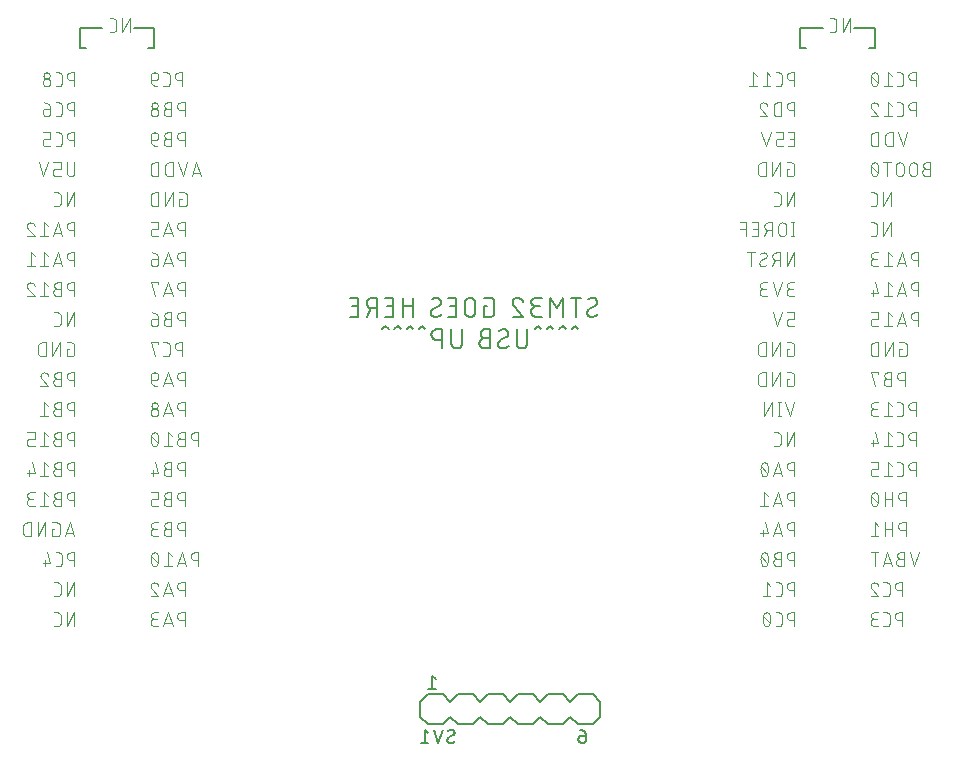
<source format=gbr>
G04 EAGLE Gerber RS-274X export*
G75*
%MOIN*%
%FSLAX34Y34*%
%LPD*%
%INSilkscreen Bottom*%
%IPPOS*%
%AMOC8*
5,1,8,0,0,1.08239X$1,22.5*%
G01*
%ADD10C,0.006000*%
%ADD11C,0.005000*%
%ADD12C,0.004000*%


D10*
X21069Y23222D02*
X21071Y23200D01*
X21076Y23178D01*
X21084Y23158D01*
X21096Y23139D01*
X21111Y23122D01*
X21128Y23107D01*
X21147Y23095D01*
X21167Y23087D01*
X21189Y23082D01*
X21211Y23080D01*
X21245Y23082D01*
X21278Y23088D01*
X21311Y23097D01*
X21342Y23110D01*
X21371Y23126D01*
X21399Y23146D01*
X21424Y23169D01*
X21407Y23578D02*
X21405Y23600D01*
X21400Y23622D01*
X21392Y23642D01*
X21380Y23661D01*
X21365Y23678D01*
X21348Y23693D01*
X21329Y23705D01*
X21309Y23713D01*
X21287Y23718D01*
X21265Y23720D01*
X21236Y23718D01*
X21208Y23714D01*
X21181Y23706D01*
X21154Y23696D01*
X21129Y23683D01*
X21105Y23667D01*
X21336Y23454D02*
X21354Y23466D01*
X21369Y23481D01*
X21382Y23497D01*
X21393Y23516D01*
X21401Y23536D01*
X21405Y23557D01*
X21407Y23578D01*
X21141Y23346D02*
X21123Y23334D01*
X21108Y23319D01*
X21095Y23303D01*
X21084Y23284D01*
X21076Y23264D01*
X21072Y23243D01*
X21070Y23222D01*
X21140Y23347D02*
X21336Y23453D01*
X20693Y23720D02*
X20693Y23080D01*
X20871Y23720D02*
X20515Y23720D01*
X20271Y23720D02*
X20271Y23080D01*
X20057Y23364D02*
X20271Y23720D01*
X20057Y23364D02*
X19844Y23720D01*
X19844Y23080D01*
X19558Y23080D02*
X19380Y23080D01*
X19355Y23082D01*
X19330Y23087D01*
X19306Y23096D01*
X19284Y23108D01*
X19263Y23123D01*
X19245Y23141D01*
X19230Y23162D01*
X19218Y23184D01*
X19209Y23208D01*
X19204Y23233D01*
X19202Y23258D01*
X19204Y23283D01*
X19209Y23308D01*
X19218Y23332D01*
X19230Y23354D01*
X19245Y23375D01*
X19263Y23393D01*
X19284Y23408D01*
X19306Y23420D01*
X19330Y23429D01*
X19355Y23434D01*
X19380Y23436D01*
X19345Y23720D02*
X19558Y23720D01*
X19345Y23720D02*
X19323Y23718D01*
X19301Y23713D01*
X19281Y23705D01*
X19262Y23693D01*
X19245Y23678D01*
X19230Y23661D01*
X19218Y23642D01*
X19210Y23622D01*
X19205Y23600D01*
X19203Y23578D01*
X19205Y23556D01*
X19210Y23534D01*
X19218Y23514D01*
X19230Y23495D01*
X19245Y23478D01*
X19262Y23463D01*
X19281Y23451D01*
X19301Y23443D01*
X19323Y23438D01*
X19345Y23436D01*
X19487Y23436D01*
X18747Y23720D02*
X18724Y23718D01*
X18702Y23714D01*
X18681Y23706D01*
X18660Y23695D01*
X18642Y23681D01*
X18626Y23665D01*
X18612Y23647D01*
X18601Y23626D01*
X18593Y23605D01*
X18589Y23583D01*
X18587Y23560D01*
X18747Y23720D02*
X18773Y23718D01*
X18798Y23714D01*
X18823Y23706D01*
X18846Y23694D01*
X18868Y23681D01*
X18888Y23664D01*
X18906Y23645D01*
X18921Y23624D01*
X18933Y23602D01*
X18943Y23577D01*
X18640Y23435D02*
X18625Y23453D01*
X18611Y23472D01*
X18601Y23492D01*
X18593Y23514D01*
X18589Y23537D01*
X18587Y23560D01*
X18640Y23436D02*
X18943Y23080D01*
X18587Y23080D01*
X17730Y23436D02*
X17623Y23436D01*
X17623Y23080D01*
X17836Y23080D01*
X17858Y23082D01*
X17880Y23087D01*
X17900Y23095D01*
X17919Y23107D01*
X17936Y23122D01*
X17951Y23139D01*
X17963Y23158D01*
X17971Y23178D01*
X17976Y23200D01*
X17978Y23222D01*
X17979Y23222D02*
X17979Y23578D01*
X17978Y23578D02*
X17976Y23600D01*
X17971Y23622D01*
X17963Y23642D01*
X17951Y23661D01*
X17936Y23678D01*
X17919Y23693D01*
X17900Y23705D01*
X17880Y23713D01*
X17858Y23718D01*
X17836Y23720D01*
X17623Y23720D01*
X17343Y23542D02*
X17343Y23258D01*
X17343Y23542D02*
X17341Y23567D01*
X17336Y23592D01*
X17327Y23616D01*
X17315Y23638D01*
X17300Y23659D01*
X17282Y23677D01*
X17261Y23692D01*
X17239Y23704D01*
X17215Y23713D01*
X17190Y23718D01*
X17165Y23720D01*
X17140Y23718D01*
X17115Y23713D01*
X17091Y23704D01*
X17069Y23692D01*
X17048Y23677D01*
X17030Y23659D01*
X17015Y23638D01*
X17003Y23616D01*
X16994Y23592D01*
X16989Y23567D01*
X16987Y23542D01*
X16987Y23258D01*
X16989Y23233D01*
X16994Y23208D01*
X17003Y23184D01*
X17015Y23162D01*
X17030Y23141D01*
X17048Y23123D01*
X17069Y23108D01*
X17091Y23096D01*
X17115Y23087D01*
X17140Y23082D01*
X17165Y23080D01*
X17190Y23082D01*
X17215Y23087D01*
X17239Y23096D01*
X17261Y23108D01*
X17282Y23123D01*
X17300Y23141D01*
X17315Y23162D01*
X17327Y23184D01*
X17336Y23208D01*
X17341Y23233D01*
X17343Y23258D01*
X16706Y23080D02*
X16421Y23080D01*
X16706Y23080D02*
X16706Y23720D01*
X16421Y23720D01*
X16492Y23436D02*
X16706Y23436D01*
X16001Y23080D02*
X15979Y23082D01*
X15957Y23087D01*
X15937Y23095D01*
X15918Y23107D01*
X15901Y23122D01*
X15886Y23139D01*
X15874Y23158D01*
X15866Y23178D01*
X15861Y23200D01*
X15859Y23222D01*
X16001Y23080D02*
X16035Y23082D01*
X16068Y23088D01*
X16101Y23097D01*
X16132Y23110D01*
X16161Y23126D01*
X16189Y23146D01*
X16214Y23169D01*
X16196Y23578D02*
X16194Y23600D01*
X16189Y23622D01*
X16181Y23642D01*
X16169Y23661D01*
X16154Y23678D01*
X16137Y23693D01*
X16118Y23705D01*
X16098Y23713D01*
X16076Y23718D01*
X16054Y23720D01*
X16025Y23718D01*
X15997Y23714D01*
X15970Y23706D01*
X15943Y23696D01*
X15918Y23683D01*
X15894Y23667D01*
X16125Y23454D02*
X16143Y23466D01*
X16158Y23481D01*
X16171Y23497D01*
X16182Y23516D01*
X16190Y23536D01*
X16194Y23557D01*
X16196Y23578D01*
X15930Y23346D02*
X15912Y23334D01*
X15897Y23319D01*
X15884Y23303D01*
X15873Y23284D01*
X15865Y23264D01*
X15861Y23243D01*
X15859Y23222D01*
X15930Y23347D02*
X16126Y23453D01*
X15271Y23720D02*
X15271Y23080D01*
X15271Y23436D02*
X14915Y23436D01*
X14915Y23720D02*
X14915Y23080D01*
X14613Y23080D02*
X14329Y23080D01*
X14613Y23080D02*
X14613Y23720D01*
X14329Y23720D01*
X14400Y23436D02*
X14613Y23436D01*
X14077Y23720D02*
X14077Y23080D01*
X14077Y23720D02*
X13900Y23720D01*
X13875Y23718D01*
X13850Y23713D01*
X13826Y23704D01*
X13804Y23692D01*
X13783Y23677D01*
X13765Y23659D01*
X13750Y23638D01*
X13738Y23616D01*
X13729Y23592D01*
X13724Y23567D01*
X13722Y23542D01*
X13724Y23517D01*
X13729Y23492D01*
X13738Y23468D01*
X13750Y23446D01*
X13765Y23425D01*
X13783Y23407D01*
X13804Y23392D01*
X13826Y23380D01*
X13850Y23371D01*
X13875Y23366D01*
X13900Y23364D01*
X14077Y23364D01*
X13864Y23364D02*
X13722Y23080D01*
X13444Y23080D02*
X13159Y23080D01*
X13444Y23080D02*
X13444Y23720D01*
X13159Y23720D01*
X13231Y23436D02*
X13444Y23436D01*
X20659Y22794D02*
X20766Y22688D01*
X20659Y22794D02*
X20552Y22688D01*
X20355Y22688D02*
X20249Y22794D01*
X20142Y22688D01*
X19945Y22688D02*
X19839Y22794D01*
X19732Y22688D01*
X19535Y22688D02*
X19428Y22794D01*
X19322Y22688D01*
X19073Y22670D02*
X19073Y22208D01*
X19071Y22183D01*
X19066Y22158D01*
X19057Y22134D01*
X19045Y22112D01*
X19030Y22091D01*
X19012Y22073D01*
X18991Y22058D01*
X18969Y22046D01*
X18945Y22037D01*
X18920Y22032D01*
X18895Y22030D01*
X18870Y22032D01*
X18845Y22037D01*
X18821Y22046D01*
X18799Y22058D01*
X18778Y22073D01*
X18760Y22091D01*
X18745Y22112D01*
X18733Y22134D01*
X18724Y22158D01*
X18719Y22183D01*
X18717Y22208D01*
X18717Y22670D01*
X18102Y22172D02*
X18104Y22150D01*
X18109Y22128D01*
X18117Y22108D01*
X18129Y22089D01*
X18144Y22072D01*
X18161Y22057D01*
X18180Y22045D01*
X18200Y22037D01*
X18222Y22032D01*
X18244Y22030D01*
X18278Y22032D01*
X18311Y22038D01*
X18344Y22047D01*
X18375Y22060D01*
X18404Y22076D01*
X18432Y22096D01*
X18457Y22119D01*
X18439Y22528D02*
X18437Y22550D01*
X18432Y22572D01*
X18424Y22592D01*
X18412Y22611D01*
X18397Y22628D01*
X18380Y22643D01*
X18361Y22655D01*
X18341Y22663D01*
X18319Y22668D01*
X18297Y22670D01*
X18268Y22668D01*
X18240Y22664D01*
X18213Y22656D01*
X18186Y22646D01*
X18161Y22633D01*
X18137Y22617D01*
X18368Y22404D02*
X18386Y22416D01*
X18401Y22431D01*
X18414Y22447D01*
X18425Y22466D01*
X18433Y22486D01*
X18437Y22507D01*
X18439Y22528D01*
X18173Y22296D02*
X18155Y22284D01*
X18140Y22269D01*
X18127Y22253D01*
X18116Y22234D01*
X18108Y22214D01*
X18104Y22193D01*
X18102Y22172D01*
X18173Y22297D02*
X18368Y22403D01*
X17834Y22386D02*
X17656Y22386D01*
X17631Y22384D01*
X17606Y22379D01*
X17582Y22370D01*
X17560Y22358D01*
X17539Y22343D01*
X17521Y22325D01*
X17506Y22304D01*
X17494Y22282D01*
X17485Y22258D01*
X17480Y22233D01*
X17478Y22208D01*
X17480Y22183D01*
X17485Y22158D01*
X17494Y22134D01*
X17506Y22112D01*
X17521Y22091D01*
X17539Y22073D01*
X17560Y22058D01*
X17582Y22046D01*
X17606Y22037D01*
X17631Y22032D01*
X17656Y22030D01*
X17834Y22030D01*
X17834Y22670D01*
X17656Y22670D01*
X17634Y22668D01*
X17612Y22663D01*
X17592Y22655D01*
X17573Y22643D01*
X17556Y22628D01*
X17541Y22611D01*
X17529Y22592D01*
X17521Y22572D01*
X17516Y22550D01*
X17514Y22528D01*
X17516Y22506D01*
X17521Y22484D01*
X17529Y22464D01*
X17541Y22445D01*
X17556Y22428D01*
X17573Y22413D01*
X17592Y22401D01*
X17612Y22393D01*
X17634Y22388D01*
X17656Y22386D01*
X16898Y22208D02*
X16898Y22670D01*
X16898Y22208D02*
X16896Y22183D01*
X16891Y22158D01*
X16882Y22134D01*
X16870Y22112D01*
X16855Y22091D01*
X16837Y22073D01*
X16816Y22058D01*
X16794Y22046D01*
X16770Y22037D01*
X16745Y22032D01*
X16720Y22030D01*
X16695Y22032D01*
X16670Y22037D01*
X16646Y22046D01*
X16624Y22058D01*
X16603Y22073D01*
X16585Y22091D01*
X16570Y22112D01*
X16558Y22134D01*
X16549Y22158D01*
X16544Y22183D01*
X16542Y22208D01*
X16543Y22208D02*
X16543Y22670D01*
X16234Y22670D02*
X16234Y22030D01*
X16234Y22670D02*
X16056Y22670D01*
X16031Y22668D01*
X16006Y22663D01*
X15982Y22654D01*
X15960Y22642D01*
X15939Y22627D01*
X15921Y22609D01*
X15906Y22588D01*
X15894Y22566D01*
X15885Y22542D01*
X15880Y22517D01*
X15878Y22492D01*
X15880Y22467D01*
X15885Y22442D01*
X15894Y22418D01*
X15906Y22396D01*
X15921Y22375D01*
X15939Y22357D01*
X15960Y22342D01*
X15982Y22330D01*
X16006Y22321D01*
X16031Y22316D01*
X16056Y22314D01*
X16234Y22314D01*
X15678Y22688D02*
X15572Y22794D01*
X15465Y22688D01*
X15268Y22688D02*
X15161Y22794D01*
X15055Y22688D01*
X14858Y22688D02*
X14751Y22794D01*
X14645Y22688D01*
X14448Y22688D02*
X14341Y22794D01*
X14234Y22688D01*
X15750Y9500D02*
X16250Y9500D01*
X16500Y9750D01*
X16500Y10250D02*
X16250Y10500D01*
X16500Y9750D02*
X16750Y9500D01*
X17250Y9500D01*
X17500Y9750D01*
X17500Y10250D02*
X17250Y10500D01*
X16750Y10500D01*
X16500Y10250D01*
X15500Y10250D02*
X15500Y9750D01*
X15750Y9500D01*
X15500Y10250D02*
X15750Y10500D01*
X16250Y10500D01*
X17500Y9750D02*
X17750Y9500D01*
X18250Y9500D01*
X18500Y9750D01*
X18500Y10250D02*
X18250Y10500D01*
X17750Y10500D01*
X17500Y10250D01*
X18750Y9500D02*
X19250Y9500D01*
X19500Y9750D01*
X19500Y10250D02*
X19250Y10500D01*
X19500Y9750D02*
X19750Y9500D01*
X20250Y9500D01*
X20500Y9750D01*
X20500Y10250D02*
X20250Y10500D01*
X19750Y10500D01*
X19500Y10250D01*
X18750Y9500D02*
X18500Y9750D01*
X18500Y10250D02*
X18750Y10500D01*
X19250Y10500D01*
X20500Y9750D02*
X20750Y9500D01*
X21250Y9500D01*
X21500Y9750D01*
X21500Y10250D02*
X21250Y10500D01*
X20750Y10500D01*
X20500Y10250D01*
X21500Y10250D02*
X21500Y9750D01*
D11*
X16025Y11025D02*
X15900Y11125D01*
X15900Y10675D01*
X16025Y10675D02*
X15775Y10675D01*
X20875Y9125D02*
X21025Y9125D01*
X20875Y9125D02*
X20858Y9123D01*
X20841Y9119D01*
X20825Y9112D01*
X20811Y9102D01*
X20798Y9089D01*
X20788Y9075D01*
X20781Y9059D01*
X20777Y9042D01*
X20775Y9025D01*
X20775Y9000D01*
X20777Y8979D01*
X20782Y8959D01*
X20790Y8941D01*
X20801Y8923D01*
X20815Y8908D01*
X20832Y8895D01*
X20850Y8886D01*
X20869Y8879D01*
X20890Y8875D01*
X20910Y8875D01*
X20931Y8879D01*
X20950Y8886D01*
X20968Y8895D01*
X20985Y8908D01*
X20999Y8923D01*
X21010Y8941D01*
X21018Y8959D01*
X21023Y8979D01*
X21025Y9000D01*
X21025Y9125D01*
X21023Y9151D01*
X21018Y9177D01*
X21010Y9202D01*
X20998Y9225D01*
X20984Y9247D01*
X20966Y9266D01*
X20947Y9284D01*
X20925Y9298D01*
X20902Y9310D01*
X20877Y9318D01*
X20851Y9323D01*
X20825Y9325D01*
X16510Y8875D02*
X16493Y8877D01*
X16476Y8881D01*
X16460Y8888D01*
X16446Y8898D01*
X16433Y8911D01*
X16423Y8925D01*
X16416Y8941D01*
X16412Y8958D01*
X16410Y8975D01*
X16510Y8875D02*
X16538Y8877D01*
X16565Y8882D01*
X16591Y8891D01*
X16616Y8904D01*
X16639Y8919D01*
X16660Y8937D01*
X16648Y9225D02*
X16646Y9242D01*
X16642Y9259D01*
X16635Y9275D01*
X16625Y9289D01*
X16612Y9302D01*
X16598Y9312D01*
X16582Y9319D01*
X16565Y9323D01*
X16548Y9325D01*
X16548Y9326D02*
X16524Y9324D01*
X16500Y9320D01*
X16477Y9312D01*
X16455Y9302D01*
X16435Y9288D01*
X16598Y9137D02*
X16612Y9147D01*
X16625Y9160D01*
X16635Y9174D01*
X16642Y9190D01*
X16646Y9207D01*
X16648Y9225D01*
X16460Y9063D02*
X16446Y9053D01*
X16433Y9040D01*
X16423Y9026D01*
X16416Y9010D01*
X16412Y8993D01*
X16410Y8975D01*
X16460Y9063D02*
X16598Y9138D01*
X16250Y9325D02*
X16100Y8875D01*
X15950Y9325D01*
X15775Y9225D02*
X15650Y9325D01*
X15650Y8875D01*
X15775Y8875D02*
X15525Y8875D01*
X30453Y32039D02*
X30650Y32039D01*
X30650Y32709D01*
X29980Y32709D01*
X28366Y32039D02*
X28169Y32039D01*
X28169Y32709D01*
X28917Y32709D01*
D12*
X29842Y32571D02*
X29842Y33031D01*
X29587Y32571D01*
X29587Y33031D01*
X29276Y32571D02*
X29174Y32571D01*
X29276Y32571D02*
X29294Y32573D01*
X29311Y32577D01*
X29327Y32585D01*
X29342Y32595D01*
X29354Y32607D01*
X29364Y32622D01*
X29372Y32638D01*
X29376Y32655D01*
X29378Y32673D01*
X29379Y32673D02*
X29379Y32929D01*
X29378Y32929D02*
X29376Y32947D01*
X29372Y32964D01*
X29364Y32980D01*
X29354Y32995D01*
X29342Y33007D01*
X29327Y33017D01*
X29311Y33025D01*
X29294Y33029D01*
X29276Y33031D01*
X29174Y33031D01*
D11*
X6634Y32039D02*
X6437Y32039D01*
X6634Y32039D02*
X6634Y32709D01*
X5965Y32709D01*
X4350Y32039D02*
X4154Y32039D01*
X4154Y32709D01*
X4902Y32709D01*
D12*
X5826Y32571D02*
X5826Y33031D01*
X5571Y32571D01*
X5571Y33031D01*
X5261Y32571D02*
X5158Y32571D01*
X5261Y32571D02*
X5279Y32573D01*
X5296Y32577D01*
X5312Y32585D01*
X5327Y32595D01*
X5339Y32607D01*
X5349Y32622D01*
X5357Y32638D01*
X5361Y32655D01*
X5363Y32673D01*
X5363Y32929D01*
X5361Y32947D01*
X5357Y32964D01*
X5349Y32980D01*
X5339Y32995D01*
X5327Y33007D01*
X5312Y33017D01*
X5296Y33025D01*
X5279Y33029D01*
X5261Y33031D01*
X5158Y33031D01*
X32029Y31230D02*
X32029Y30770D01*
X32029Y31230D02*
X31901Y31230D01*
X31880Y31228D01*
X31859Y31223D01*
X31840Y31215D01*
X31822Y31203D01*
X31807Y31189D01*
X31794Y31172D01*
X31784Y31153D01*
X31777Y31133D01*
X31773Y31113D01*
X31773Y31091D01*
X31777Y31071D01*
X31784Y31051D01*
X31794Y31032D01*
X31807Y31015D01*
X31822Y31001D01*
X31840Y30989D01*
X31859Y30981D01*
X31880Y30976D01*
X31901Y30974D01*
X32029Y30974D01*
X31500Y30770D02*
X31397Y30770D01*
X31500Y30770D02*
X31518Y30772D01*
X31535Y30776D01*
X31551Y30784D01*
X31566Y30794D01*
X31578Y30806D01*
X31588Y30821D01*
X31596Y30837D01*
X31600Y30854D01*
X31602Y30872D01*
X31602Y31128D01*
X31600Y31146D01*
X31596Y31163D01*
X31588Y31179D01*
X31578Y31194D01*
X31566Y31206D01*
X31551Y31216D01*
X31535Y31224D01*
X31518Y31228D01*
X31500Y31230D01*
X31397Y31230D01*
X31226Y31128D02*
X31098Y31230D01*
X31098Y30770D01*
X31226Y30770D02*
X30970Y30770D01*
X30775Y31000D02*
X30773Y31034D01*
X30769Y31068D01*
X30761Y31102D01*
X30750Y31135D01*
X30737Y31166D01*
X30738Y31166D02*
X30731Y31181D01*
X30722Y31195D01*
X30710Y31207D01*
X30696Y31217D01*
X30681Y31224D01*
X30665Y31229D01*
X30648Y31230D01*
X30631Y31229D01*
X30615Y31224D01*
X30600Y31217D01*
X30586Y31207D01*
X30574Y31195D01*
X30565Y31181D01*
X30558Y31166D01*
X30545Y31135D01*
X30534Y31102D01*
X30526Y31068D01*
X30522Y31034D01*
X30520Y31000D01*
X30775Y31000D02*
X30773Y30966D01*
X30769Y30932D01*
X30761Y30898D01*
X30750Y30865D01*
X30737Y30834D01*
X30738Y30834D02*
X30731Y30819D01*
X30722Y30805D01*
X30710Y30793D01*
X30696Y30783D01*
X30681Y30776D01*
X30665Y30771D01*
X30648Y30770D01*
X30558Y30834D02*
X30545Y30865D01*
X30534Y30898D01*
X30526Y30932D01*
X30522Y30966D01*
X30520Y31000D01*
X30558Y30834D02*
X30565Y30819D01*
X30574Y30805D01*
X30586Y30793D01*
X30600Y30783D01*
X30615Y30776D01*
X30631Y30771D01*
X30648Y30770D01*
X30750Y30872D02*
X30546Y31128D01*
X32029Y30230D02*
X32029Y29770D01*
X32029Y30230D02*
X31901Y30230D01*
X31880Y30228D01*
X31859Y30223D01*
X31840Y30215D01*
X31822Y30203D01*
X31807Y30189D01*
X31794Y30172D01*
X31784Y30153D01*
X31777Y30133D01*
X31773Y30113D01*
X31773Y30091D01*
X31777Y30071D01*
X31784Y30051D01*
X31794Y30032D01*
X31807Y30015D01*
X31822Y30001D01*
X31840Y29989D01*
X31859Y29981D01*
X31880Y29976D01*
X31901Y29974D01*
X32029Y29974D01*
X31500Y29770D02*
X31397Y29770D01*
X31500Y29770D02*
X31518Y29772D01*
X31535Y29776D01*
X31551Y29784D01*
X31566Y29794D01*
X31578Y29806D01*
X31588Y29821D01*
X31596Y29837D01*
X31600Y29854D01*
X31602Y29872D01*
X31602Y30128D01*
X31600Y30146D01*
X31596Y30163D01*
X31588Y30179D01*
X31578Y30194D01*
X31566Y30206D01*
X31551Y30216D01*
X31535Y30224D01*
X31518Y30228D01*
X31500Y30230D01*
X31397Y30230D01*
X31226Y30128D02*
X31098Y30230D01*
X31098Y29770D01*
X31226Y29770D02*
X30970Y29770D01*
X30520Y30115D02*
X30522Y30135D01*
X30527Y30154D01*
X30535Y30173D01*
X30547Y30189D01*
X30561Y30203D01*
X30578Y30215D01*
X30596Y30223D01*
X30615Y30228D01*
X30635Y30230D01*
X30658Y30228D01*
X30681Y30223D01*
X30702Y30214D01*
X30722Y30202D01*
X30740Y30187D01*
X30755Y30169D01*
X30767Y30149D01*
X30776Y30128D01*
X30558Y30025D02*
X30545Y30040D01*
X30534Y30057D01*
X30526Y30076D01*
X30522Y30095D01*
X30520Y30115D01*
X30558Y30026D02*
X30776Y29770D01*
X30520Y29770D01*
X31746Y29230D02*
X31593Y28770D01*
X31439Y29230D01*
X31256Y29230D02*
X31256Y28770D01*
X31256Y29230D02*
X31128Y29230D01*
X31108Y29228D01*
X31088Y29224D01*
X31070Y29216D01*
X31053Y29206D01*
X31037Y29193D01*
X31024Y29177D01*
X31014Y29160D01*
X31006Y29142D01*
X31002Y29122D01*
X31000Y29102D01*
X31000Y28898D01*
X31002Y28878D01*
X31006Y28858D01*
X31014Y28840D01*
X31024Y28823D01*
X31037Y28807D01*
X31053Y28794D01*
X31070Y28784D01*
X31088Y28776D01*
X31108Y28772D01*
X31128Y28770D01*
X31256Y28770D01*
X30776Y28770D02*
X30776Y29230D01*
X30648Y29230D01*
X30628Y29228D01*
X30608Y29224D01*
X30590Y29216D01*
X30573Y29206D01*
X30557Y29193D01*
X30544Y29177D01*
X30534Y29160D01*
X30526Y29142D01*
X30522Y29122D01*
X30520Y29102D01*
X30520Y28898D01*
X30522Y28878D01*
X30526Y28858D01*
X30534Y28840D01*
X30544Y28823D01*
X30557Y28807D01*
X30573Y28794D01*
X30590Y28784D01*
X30608Y28776D01*
X30628Y28772D01*
X30648Y28770D01*
X30776Y28770D01*
X32366Y28026D02*
X32494Y28026D01*
X32366Y28026D02*
X32345Y28024D01*
X32324Y28019D01*
X32305Y28011D01*
X32287Y27999D01*
X32272Y27985D01*
X32259Y27968D01*
X32249Y27949D01*
X32242Y27929D01*
X32238Y27909D01*
X32238Y27887D01*
X32242Y27867D01*
X32249Y27847D01*
X32259Y27828D01*
X32272Y27811D01*
X32287Y27797D01*
X32305Y27785D01*
X32324Y27777D01*
X32345Y27772D01*
X32366Y27770D01*
X32494Y27770D01*
X32494Y28230D01*
X32366Y28230D01*
X32347Y28228D01*
X32329Y28223D01*
X32312Y28215D01*
X32297Y28203D01*
X32285Y28189D01*
X32275Y28173D01*
X32268Y28156D01*
X32264Y28137D01*
X32264Y28119D01*
X32268Y28100D01*
X32275Y28083D01*
X32285Y28067D01*
X32297Y28053D01*
X32312Y28041D01*
X32329Y28033D01*
X32347Y28028D01*
X32366Y28026D01*
X32066Y28102D02*
X32066Y27898D01*
X32066Y28102D02*
X32064Y28123D01*
X32059Y28144D01*
X32051Y28163D01*
X32039Y28181D01*
X32025Y28196D01*
X32008Y28209D01*
X31989Y28219D01*
X31969Y28226D01*
X31949Y28230D01*
X31927Y28230D01*
X31907Y28226D01*
X31887Y28219D01*
X31868Y28209D01*
X31851Y28196D01*
X31837Y28181D01*
X31825Y28163D01*
X31817Y28144D01*
X31812Y28123D01*
X31810Y28102D01*
X31810Y27898D01*
X31812Y27877D01*
X31817Y27856D01*
X31825Y27837D01*
X31837Y27819D01*
X31851Y27804D01*
X31868Y27791D01*
X31887Y27781D01*
X31907Y27774D01*
X31927Y27770D01*
X31949Y27770D01*
X31969Y27774D01*
X31989Y27781D01*
X32008Y27791D01*
X32025Y27804D01*
X32039Y27819D01*
X32051Y27837D01*
X32059Y27856D01*
X32064Y27877D01*
X32066Y27898D01*
X31616Y27898D02*
X31616Y28102D01*
X31614Y28123D01*
X31609Y28144D01*
X31601Y28163D01*
X31589Y28181D01*
X31575Y28196D01*
X31558Y28209D01*
X31539Y28219D01*
X31519Y28226D01*
X31499Y28230D01*
X31477Y28230D01*
X31457Y28226D01*
X31437Y28219D01*
X31418Y28209D01*
X31401Y28196D01*
X31387Y28181D01*
X31375Y28163D01*
X31367Y28144D01*
X31362Y28123D01*
X31360Y28102D01*
X31360Y27898D01*
X31362Y27877D01*
X31367Y27856D01*
X31375Y27837D01*
X31387Y27819D01*
X31401Y27804D01*
X31418Y27791D01*
X31437Y27781D01*
X31457Y27774D01*
X31477Y27770D01*
X31499Y27770D01*
X31519Y27774D01*
X31539Y27781D01*
X31558Y27791D01*
X31575Y27804D01*
X31589Y27819D01*
X31601Y27837D01*
X31609Y27856D01*
X31614Y27877D01*
X31616Y27898D01*
X31068Y27770D02*
X31068Y28230D01*
X31196Y28230D02*
X30940Y28230D01*
X30737Y28166D02*
X30750Y28135D01*
X30761Y28102D01*
X30769Y28068D01*
X30773Y28034D01*
X30775Y28000D01*
X30738Y28166D02*
X30731Y28181D01*
X30722Y28195D01*
X30710Y28207D01*
X30696Y28217D01*
X30681Y28224D01*
X30665Y28229D01*
X30648Y28230D01*
X30631Y28229D01*
X30615Y28224D01*
X30600Y28217D01*
X30586Y28207D01*
X30574Y28195D01*
X30565Y28181D01*
X30558Y28166D01*
X30545Y28135D01*
X30534Y28102D01*
X30526Y28068D01*
X30522Y28034D01*
X30520Y28000D01*
X30775Y28000D02*
X30773Y27966D01*
X30769Y27932D01*
X30761Y27898D01*
X30750Y27865D01*
X30737Y27834D01*
X30738Y27834D02*
X30731Y27819D01*
X30722Y27805D01*
X30710Y27793D01*
X30696Y27783D01*
X30681Y27776D01*
X30665Y27771D01*
X30648Y27770D01*
X30558Y27834D02*
X30545Y27865D01*
X30534Y27898D01*
X30526Y27932D01*
X30522Y27966D01*
X30520Y28000D01*
X30558Y27834D02*
X30565Y27819D01*
X30574Y27805D01*
X30586Y27793D01*
X30600Y27783D01*
X30615Y27776D01*
X30631Y27771D01*
X30648Y27770D01*
X30750Y27872D02*
X30546Y28128D01*
X31188Y27230D02*
X31188Y26770D01*
X30933Y26770D02*
X31188Y27230D01*
X30933Y27230D02*
X30933Y26770D01*
X30622Y26770D02*
X30520Y26770D01*
X30622Y26770D02*
X30640Y26772D01*
X30657Y26776D01*
X30673Y26784D01*
X30688Y26794D01*
X30700Y26806D01*
X30710Y26821D01*
X30718Y26837D01*
X30722Y26854D01*
X30724Y26872D01*
X30724Y27128D01*
X30722Y27146D01*
X30718Y27163D01*
X30710Y27179D01*
X30700Y27194D01*
X30688Y27206D01*
X30673Y27216D01*
X30657Y27224D01*
X30640Y27228D01*
X30622Y27230D01*
X30520Y27230D01*
X31188Y26230D02*
X31188Y25770D01*
X30933Y25770D02*
X31188Y26230D01*
X30933Y26230D02*
X30933Y25770D01*
X30622Y25770D02*
X30520Y25770D01*
X30622Y25770D02*
X30640Y25772D01*
X30657Y25776D01*
X30673Y25784D01*
X30688Y25794D01*
X30700Y25806D01*
X30710Y25821D01*
X30718Y25837D01*
X30722Y25854D01*
X30724Y25872D01*
X30724Y26128D01*
X30722Y26146D01*
X30718Y26163D01*
X30710Y26179D01*
X30700Y26194D01*
X30688Y26206D01*
X30673Y26216D01*
X30657Y26224D01*
X30640Y26228D01*
X30622Y26230D01*
X30520Y26230D01*
X32104Y25230D02*
X32104Y24770D01*
X32104Y25230D02*
X31976Y25230D01*
X31955Y25228D01*
X31934Y25223D01*
X31915Y25215D01*
X31897Y25203D01*
X31882Y25189D01*
X31869Y25172D01*
X31859Y25153D01*
X31852Y25133D01*
X31848Y25113D01*
X31848Y25091D01*
X31852Y25071D01*
X31859Y25051D01*
X31869Y25032D01*
X31882Y25015D01*
X31897Y25001D01*
X31915Y24989D01*
X31934Y24981D01*
X31955Y24976D01*
X31976Y24974D01*
X32104Y24974D01*
X31701Y24770D02*
X31548Y25230D01*
X31394Y24770D01*
X31433Y24885D02*
X31663Y24885D01*
X31226Y25128D02*
X31098Y25230D01*
X31098Y24770D01*
X31226Y24770D02*
X30970Y24770D01*
X30776Y24770D02*
X30648Y24770D01*
X30627Y24772D01*
X30606Y24777D01*
X30587Y24785D01*
X30569Y24797D01*
X30554Y24811D01*
X30541Y24828D01*
X30531Y24847D01*
X30524Y24867D01*
X30520Y24887D01*
X30520Y24909D01*
X30524Y24929D01*
X30531Y24949D01*
X30541Y24968D01*
X30554Y24985D01*
X30569Y24999D01*
X30587Y25011D01*
X30606Y25019D01*
X30627Y25024D01*
X30648Y25026D01*
X30622Y25230D02*
X30776Y25230D01*
X30622Y25230D02*
X30603Y25228D01*
X30585Y25223D01*
X30568Y25215D01*
X30553Y25203D01*
X30541Y25189D01*
X30531Y25173D01*
X30524Y25156D01*
X30520Y25137D01*
X30520Y25119D01*
X30524Y25100D01*
X30531Y25083D01*
X30541Y25067D01*
X30553Y25053D01*
X30568Y25041D01*
X30585Y25033D01*
X30603Y25028D01*
X30622Y25026D01*
X30724Y25026D01*
X32104Y24230D02*
X32104Y23770D01*
X32104Y24230D02*
X31976Y24230D01*
X31955Y24228D01*
X31934Y24223D01*
X31915Y24215D01*
X31897Y24203D01*
X31882Y24189D01*
X31869Y24172D01*
X31859Y24153D01*
X31852Y24133D01*
X31848Y24113D01*
X31848Y24091D01*
X31852Y24071D01*
X31859Y24051D01*
X31869Y24032D01*
X31882Y24015D01*
X31897Y24001D01*
X31915Y23989D01*
X31934Y23981D01*
X31955Y23976D01*
X31976Y23974D01*
X32104Y23974D01*
X31701Y23770D02*
X31548Y24230D01*
X31394Y23770D01*
X31433Y23885D02*
X31663Y23885D01*
X31226Y24128D02*
X31098Y24230D01*
X31098Y23770D01*
X31226Y23770D02*
X30970Y23770D01*
X30776Y23872D02*
X30673Y24230D01*
X30776Y23872D02*
X30520Y23872D01*
X30597Y23974D02*
X30597Y23770D01*
X32104Y23230D02*
X32104Y22770D01*
X32104Y23230D02*
X31976Y23230D01*
X31955Y23228D01*
X31934Y23223D01*
X31915Y23215D01*
X31897Y23203D01*
X31882Y23189D01*
X31869Y23172D01*
X31859Y23153D01*
X31852Y23133D01*
X31848Y23113D01*
X31848Y23091D01*
X31852Y23071D01*
X31859Y23051D01*
X31869Y23032D01*
X31882Y23015D01*
X31897Y23001D01*
X31915Y22989D01*
X31934Y22981D01*
X31955Y22976D01*
X31976Y22974D01*
X32104Y22974D01*
X31701Y22770D02*
X31548Y23230D01*
X31394Y22770D01*
X31433Y22885D02*
X31663Y22885D01*
X31226Y23128D02*
X31098Y23230D01*
X31098Y22770D01*
X31226Y22770D02*
X30970Y22770D01*
X30776Y22770D02*
X30622Y22770D01*
X30604Y22772D01*
X30587Y22776D01*
X30571Y22784D01*
X30556Y22794D01*
X30544Y22806D01*
X30534Y22821D01*
X30526Y22837D01*
X30522Y22854D01*
X30520Y22872D01*
X30520Y22923D01*
X30522Y22941D01*
X30526Y22958D01*
X30534Y22974D01*
X30544Y22989D01*
X30556Y23001D01*
X30571Y23011D01*
X30587Y23019D01*
X30604Y23023D01*
X30622Y23025D01*
X30622Y23026D02*
X30776Y23026D01*
X30776Y23230D01*
X30520Y23230D01*
X31480Y22026D02*
X31557Y22026D01*
X31480Y22026D02*
X31480Y21770D01*
X31633Y21770D01*
X31651Y21772D01*
X31668Y21776D01*
X31684Y21784D01*
X31699Y21794D01*
X31711Y21806D01*
X31721Y21821D01*
X31729Y21837D01*
X31733Y21854D01*
X31735Y21872D01*
X31736Y21872D02*
X31736Y22128D01*
X31735Y22128D02*
X31733Y22146D01*
X31729Y22163D01*
X31721Y22179D01*
X31711Y22194D01*
X31699Y22206D01*
X31684Y22216D01*
X31668Y22224D01*
X31651Y22228D01*
X31633Y22230D01*
X31480Y22230D01*
X31256Y22230D02*
X31256Y21770D01*
X31000Y21770D02*
X31256Y22230D01*
X31000Y22230D02*
X31000Y21770D01*
X30776Y21770D02*
X30776Y22230D01*
X30648Y22230D01*
X30628Y22228D01*
X30608Y22224D01*
X30590Y22216D01*
X30573Y22206D01*
X30557Y22193D01*
X30544Y22177D01*
X30534Y22160D01*
X30526Y22142D01*
X30522Y22122D01*
X30520Y22102D01*
X30520Y21898D01*
X30522Y21878D01*
X30526Y21858D01*
X30534Y21840D01*
X30544Y21823D01*
X30557Y21807D01*
X30573Y21794D01*
X30590Y21784D01*
X30608Y21776D01*
X30628Y21772D01*
X30648Y21770D01*
X30776Y21770D01*
X31654Y21230D02*
X31654Y20770D01*
X31654Y21230D02*
X31526Y21230D01*
X31505Y21228D01*
X31484Y21223D01*
X31465Y21215D01*
X31447Y21203D01*
X31432Y21189D01*
X31419Y21172D01*
X31409Y21153D01*
X31402Y21133D01*
X31398Y21113D01*
X31398Y21091D01*
X31402Y21071D01*
X31409Y21051D01*
X31419Y21032D01*
X31432Y21015D01*
X31447Y21001D01*
X31465Y20989D01*
X31484Y20981D01*
X31505Y20976D01*
X31526Y20974D01*
X31654Y20974D01*
X31204Y21026D02*
X31076Y21026D01*
X31055Y21024D01*
X31034Y21019D01*
X31015Y21011D01*
X30997Y20999D01*
X30982Y20985D01*
X30969Y20968D01*
X30959Y20949D01*
X30952Y20929D01*
X30948Y20909D01*
X30948Y20887D01*
X30952Y20867D01*
X30959Y20847D01*
X30969Y20828D01*
X30982Y20811D01*
X30997Y20797D01*
X31015Y20785D01*
X31034Y20777D01*
X31055Y20772D01*
X31076Y20770D01*
X31204Y20770D01*
X31204Y21230D01*
X31076Y21230D01*
X31057Y21228D01*
X31039Y21223D01*
X31022Y21215D01*
X31007Y21203D01*
X30995Y21189D01*
X30985Y21173D01*
X30978Y21156D01*
X30974Y21137D01*
X30974Y21119D01*
X30978Y21100D01*
X30985Y21083D01*
X30995Y21067D01*
X31007Y21053D01*
X31022Y21041D01*
X31039Y21033D01*
X31057Y21028D01*
X31076Y21026D01*
X30776Y21179D02*
X30776Y21230D01*
X30520Y21230D01*
X30648Y20770D01*
X32029Y20230D02*
X32029Y19770D01*
X32029Y20230D02*
X31901Y20230D01*
X31880Y20228D01*
X31859Y20223D01*
X31840Y20215D01*
X31822Y20203D01*
X31807Y20189D01*
X31794Y20172D01*
X31784Y20153D01*
X31777Y20133D01*
X31773Y20113D01*
X31773Y20091D01*
X31777Y20071D01*
X31784Y20051D01*
X31794Y20032D01*
X31807Y20015D01*
X31822Y20001D01*
X31840Y19989D01*
X31859Y19981D01*
X31880Y19976D01*
X31901Y19974D01*
X32029Y19974D01*
X31500Y19770D02*
X31397Y19770D01*
X31500Y19770D02*
X31518Y19772D01*
X31535Y19776D01*
X31551Y19784D01*
X31566Y19794D01*
X31578Y19806D01*
X31588Y19821D01*
X31596Y19837D01*
X31600Y19854D01*
X31602Y19872D01*
X31602Y20128D01*
X31600Y20146D01*
X31596Y20163D01*
X31588Y20179D01*
X31578Y20194D01*
X31566Y20206D01*
X31551Y20216D01*
X31535Y20224D01*
X31518Y20228D01*
X31500Y20230D01*
X31397Y20230D01*
X31226Y20128D02*
X31098Y20230D01*
X31098Y19770D01*
X31226Y19770D02*
X30970Y19770D01*
X30776Y19770D02*
X30648Y19770D01*
X30627Y19772D01*
X30606Y19777D01*
X30587Y19785D01*
X30569Y19797D01*
X30554Y19811D01*
X30541Y19828D01*
X30531Y19847D01*
X30524Y19867D01*
X30520Y19887D01*
X30520Y19909D01*
X30524Y19929D01*
X30531Y19949D01*
X30541Y19968D01*
X30554Y19985D01*
X30569Y19999D01*
X30587Y20011D01*
X30606Y20019D01*
X30627Y20024D01*
X30648Y20026D01*
X30622Y20230D02*
X30776Y20230D01*
X30622Y20230D02*
X30603Y20228D01*
X30585Y20223D01*
X30568Y20215D01*
X30553Y20203D01*
X30541Y20189D01*
X30531Y20173D01*
X30524Y20156D01*
X30520Y20137D01*
X30520Y20119D01*
X30524Y20100D01*
X30531Y20083D01*
X30541Y20067D01*
X30553Y20053D01*
X30568Y20041D01*
X30585Y20033D01*
X30603Y20028D01*
X30622Y20026D01*
X30724Y20026D01*
X32029Y19230D02*
X32029Y18770D01*
X32029Y19230D02*
X31901Y19230D01*
X31880Y19228D01*
X31859Y19223D01*
X31840Y19215D01*
X31822Y19203D01*
X31807Y19189D01*
X31794Y19172D01*
X31784Y19153D01*
X31777Y19133D01*
X31773Y19113D01*
X31773Y19091D01*
X31777Y19071D01*
X31784Y19051D01*
X31794Y19032D01*
X31807Y19015D01*
X31822Y19001D01*
X31840Y18989D01*
X31859Y18981D01*
X31880Y18976D01*
X31901Y18974D01*
X32029Y18974D01*
X31500Y18770D02*
X31397Y18770D01*
X31500Y18770D02*
X31518Y18772D01*
X31535Y18776D01*
X31551Y18784D01*
X31566Y18794D01*
X31578Y18806D01*
X31588Y18821D01*
X31596Y18837D01*
X31600Y18854D01*
X31602Y18872D01*
X31602Y19128D01*
X31600Y19146D01*
X31596Y19163D01*
X31588Y19179D01*
X31578Y19194D01*
X31566Y19206D01*
X31551Y19216D01*
X31535Y19224D01*
X31518Y19228D01*
X31500Y19230D01*
X31397Y19230D01*
X31226Y19128D02*
X31098Y19230D01*
X31098Y18770D01*
X31226Y18770D02*
X30970Y18770D01*
X30776Y18872D02*
X30673Y19230D01*
X30776Y18872D02*
X30520Y18872D01*
X30597Y18974D02*
X30597Y18770D01*
X32029Y18230D02*
X32029Y17770D01*
X32029Y18230D02*
X31901Y18230D01*
X31880Y18228D01*
X31859Y18223D01*
X31840Y18215D01*
X31822Y18203D01*
X31807Y18189D01*
X31794Y18172D01*
X31784Y18153D01*
X31777Y18133D01*
X31773Y18113D01*
X31773Y18091D01*
X31777Y18071D01*
X31784Y18051D01*
X31794Y18032D01*
X31807Y18015D01*
X31822Y18001D01*
X31840Y17989D01*
X31859Y17981D01*
X31880Y17976D01*
X31901Y17974D01*
X32029Y17974D01*
X31500Y17770D02*
X31397Y17770D01*
X31500Y17770D02*
X31518Y17772D01*
X31535Y17776D01*
X31551Y17784D01*
X31566Y17794D01*
X31578Y17806D01*
X31588Y17821D01*
X31596Y17837D01*
X31600Y17854D01*
X31602Y17872D01*
X31602Y18128D01*
X31600Y18146D01*
X31596Y18163D01*
X31588Y18179D01*
X31578Y18194D01*
X31566Y18206D01*
X31551Y18216D01*
X31535Y18224D01*
X31518Y18228D01*
X31500Y18230D01*
X31397Y18230D01*
X31226Y18128D02*
X31098Y18230D01*
X31098Y17770D01*
X31226Y17770D02*
X30970Y17770D01*
X30776Y17770D02*
X30622Y17770D01*
X30604Y17772D01*
X30587Y17776D01*
X30571Y17784D01*
X30556Y17794D01*
X30544Y17806D01*
X30534Y17821D01*
X30526Y17837D01*
X30522Y17854D01*
X30520Y17872D01*
X30520Y17923D01*
X30522Y17941D01*
X30526Y17958D01*
X30534Y17974D01*
X30544Y17989D01*
X30556Y18001D01*
X30571Y18011D01*
X30587Y18019D01*
X30604Y18023D01*
X30622Y18025D01*
X30622Y18026D02*
X30776Y18026D01*
X30776Y18230D01*
X30520Y18230D01*
X31684Y17230D02*
X31684Y16770D01*
X31684Y17230D02*
X31556Y17230D01*
X31535Y17228D01*
X31514Y17223D01*
X31495Y17215D01*
X31477Y17203D01*
X31462Y17189D01*
X31449Y17172D01*
X31439Y17153D01*
X31432Y17133D01*
X31428Y17113D01*
X31428Y17091D01*
X31432Y17071D01*
X31439Y17051D01*
X31449Y17032D01*
X31462Y17015D01*
X31477Y17001D01*
X31495Y16989D01*
X31514Y16981D01*
X31535Y16976D01*
X31556Y16974D01*
X31684Y16974D01*
X31241Y16770D02*
X31241Y17230D01*
X31241Y17026D02*
X30985Y17026D01*
X30985Y17230D02*
X30985Y16770D01*
X30775Y17000D02*
X30773Y17034D01*
X30769Y17068D01*
X30761Y17102D01*
X30750Y17135D01*
X30737Y17166D01*
X30738Y17166D02*
X30731Y17181D01*
X30722Y17195D01*
X30710Y17207D01*
X30696Y17217D01*
X30681Y17224D01*
X30665Y17229D01*
X30648Y17230D01*
X30631Y17229D01*
X30615Y17224D01*
X30600Y17217D01*
X30586Y17207D01*
X30574Y17195D01*
X30565Y17181D01*
X30558Y17166D01*
X30545Y17135D01*
X30534Y17102D01*
X30526Y17068D01*
X30522Y17034D01*
X30520Y17000D01*
X30775Y17000D02*
X30773Y16966D01*
X30769Y16932D01*
X30761Y16898D01*
X30750Y16865D01*
X30737Y16834D01*
X30738Y16834D02*
X30731Y16819D01*
X30722Y16805D01*
X30710Y16793D01*
X30696Y16783D01*
X30681Y16776D01*
X30665Y16771D01*
X30648Y16770D01*
X30558Y16834D02*
X30545Y16865D01*
X30534Y16898D01*
X30526Y16932D01*
X30522Y16966D01*
X30520Y17000D01*
X30558Y16834D02*
X30565Y16819D01*
X30574Y16805D01*
X30586Y16793D01*
X30600Y16783D01*
X30615Y16776D01*
X30631Y16771D01*
X30648Y16770D01*
X30750Y16872D02*
X30546Y17128D01*
X31684Y16230D02*
X31684Y15770D01*
X31684Y16230D02*
X31556Y16230D01*
X31535Y16228D01*
X31514Y16223D01*
X31495Y16215D01*
X31477Y16203D01*
X31462Y16189D01*
X31449Y16172D01*
X31439Y16153D01*
X31432Y16133D01*
X31428Y16113D01*
X31428Y16091D01*
X31432Y16071D01*
X31439Y16051D01*
X31449Y16032D01*
X31462Y16015D01*
X31477Y16001D01*
X31495Y15989D01*
X31514Y15981D01*
X31535Y15976D01*
X31556Y15974D01*
X31684Y15974D01*
X31241Y15770D02*
X31241Y16230D01*
X31241Y16026D02*
X30985Y16026D01*
X30985Y16230D02*
X30985Y15770D01*
X30776Y16128D02*
X30648Y16230D01*
X30648Y15770D01*
X30776Y15770D02*
X30520Y15770D01*
X32121Y15230D02*
X31968Y14770D01*
X31814Y15230D01*
X31624Y15026D02*
X31496Y15026D01*
X31475Y15024D01*
X31454Y15019D01*
X31435Y15011D01*
X31417Y14999D01*
X31402Y14985D01*
X31389Y14968D01*
X31379Y14949D01*
X31372Y14929D01*
X31368Y14909D01*
X31368Y14887D01*
X31372Y14867D01*
X31379Y14847D01*
X31389Y14828D01*
X31402Y14811D01*
X31417Y14797D01*
X31435Y14785D01*
X31454Y14777D01*
X31475Y14772D01*
X31496Y14770D01*
X31624Y14770D01*
X31624Y15230D01*
X31496Y15230D01*
X31477Y15228D01*
X31459Y15223D01*
X31442Y15215D01*
X31427Y15203D01*
X31415Y15189D01*
X31405Y15173D01*
X31398Y15156D01*
X31394Y15137D01*
X31394Y15119D01*
X31398Y15100D01*
X31405Y15083D01*
X31415Y15067D01*
X31427Y15053D01*
X31442Y15041D01*
X31459Y15033D01*
X31477Y15028D01*
X31496Y15026D01*
X31221Y14770D02*
X31068Y15230D01*
X30914Y14770D01*
X30953Y14885D02*
X31183Y14885D01*
X30648Y14770D02*
X30648Y15230D01*
X30776Y15230D02*
X30520Y15230D01*
X31579Y14230D02*
X31579Y13770D01*
X31579Y14230D02*
X31451Y14230D01*
X31430Y14228D01*
X31409Y14223D01*
X31390Y14215D01*
X31372Y14203D01*
X31357Y14189D01*
X31344Y14172D01*
X31334Y14153D01*
X31327Y14133D01*
X31323Y14113D01*
X31323Y14091D01*
X31327Y14071D01*
X31334Y14051D01*
X31344Y14032D01*
X31357Y14015D01*
X31372Y14001D01*
X31390Y13989D01*
X31409Y13981D01*
X31430Y13976D01*
X31451Y13974D01*
X31579Y13974D01*
X31050Y13770D02*
X30947Y13770D01*
X31050Y13770D02*
X31068Y13772D01*
X31085Y13776D01*
X31101Y13784D01*
X31116Y13794D01*
X31128Y13806D01*
X31138Y13821D01*
X31146Y13837D01*
X31150Y13854D01*
X31152Y13872D01*
X31152Y14128D01*
X31150Y14146D01*
X31146Y14163D01*
X31138Y14179D01*
X31128Y14194D01*
X31116Y14206D01*
X31101Y14216D01*
X31085Y14224D01*
X31068Y14228D01*
X31050Y14230D01*
X30947Y14230D01*
X30635Y14230D02*
X30615Y14228D01*
X30596Y14223D01*
X30578Y14215D01*
X30561Y14203D01*
X30547Y14189D01*
X30535Y14173D01*
X30527Y14154D01*
X30522Y14135D01*
X30520Y14115D01*
X30635Y14230D02*
X30658Y14228D01*
X30681Y14223D01*
X30702Y14214D01*
X30722Y14202D01*
X30740Y14187D01*
X30755Y14169D01*
X30767Y14149D01*
X30776Y14128D01*
X30558Y14025D02*
X30545Y14040D01*
X30534Y14057D01*
X30526Y14076D01*
X30522Y14095D01*
X30520Y14115D01*
X30558Y14026D02*
X30776Y13770D01*
X30520Y13770D01*
X31579Y13230D02*
X31579Y12770D01*
X31579Y13230D02*
X31451Y13230D01*
X31430Y13228D01*
X31409Y13223D01*
X31390Y13215D01*
X31372Y13203D01*
X31357Y13189D01*
X31344Y13172D01*
X31334Y13153D01*
X31327Y13133D01*
X31323Y13113D01*
X31323Y13091D01*
X31327Y13071D01*
X31334Y13051D01*
X31344Y13032D01*
X31357Y13015D01*
X31372Y13001D01*
X31390Y12989D01*
X31409Y12981D01*
X31430Y12976D01*
X31451Y12974D01*
X31579Y12974D01*
X31050Y12770D02*
X30947Y12770D01*
X31050Y12770D02*
X31068Y12772D01*
X31085Y12776D01*
X31101Y12784D01*
X31116Y12794D01*
X31128Y12806D01*
X31138Y12821D01*
X31146Y12837D01*
X31150Y12854D01*
X31152Y12872D01*
X31152Y13128D01*
X31150Y13146D01*
X31146Y13163D01*
X31138Y13179D01*
X31128Y13194D01*
X31116Y13206D01*
X31101Y13216D01*
X31085Y13224D01*
X31068Y13228D01*
X31050Y13230D01*
X30947Y13230D01*
X30776Y12770D02*
X30648Y12770D01*
X30627Y12772D01*
X30606Y12777D01*
X30587Y12785D01*
X30569Y12797D01*
X30554Y12811D01*
X30541Y12828D01*
X30531Y12847D01*
X30524Y12867D01*
X30520Y12887D01*
X30520Y12909D01*
X30524Y12929D01*
X30531Y12949D01*
X30541Y12968D01*
X30554Y12985D01*
X30569Y12999D01*
X30587Y13011D01*
X30606Y13019D01*
X30627Y13024D01*
X30648Y13026D01*
X30622Y13230D02*
X30776Y13230D01*
X30622Y13230D02*
X30603Y13228D01*
X30585Y13223D01*
X30568Y13215D01*
X30553Y13203D01*
X30541Y13189D01*
X30531Y13173D01*
X30524Y13156D01*
X30520Y13137D01*
X30520Y13119D01*
X30524Y13100D01*
X30531Y13083D01*
X30541Y13067D01*
X30553Y13053D01*
X30568Y13041D01*
X30585Y13033D01*
X30603Y13028D01*
X30622Y13026D01*
X30724Y13026D01*
X7579Y30770D02*
X7579Y31230D01*
X7451Y31230D01*
X7430Y31228D01*
X7409Y31223D01*
X7390Y31215D01*
X7372Y31203D01*
X7357Y31189D01*
X7344Y31172D01*
X7334Y31153D01*
X7327Y31133D01*
X7323Y31113D01*
X7323Y31091D01*
X7327Y31071D01*
X7334Y31051D01*
X7344Y31032D01*
X7357Y31015D01*
X7372Y31001D01*
X7390Y30989D01*
X7409Y30981D01*
X7430Y30976D01*
X7451Y30974D01*
X7579Y30974D01*
X7050Y30770D02*
X6947Y30770D01*
X7050Y30770D02*
X7068Y30772D01*
X7085Y30776D01*
X7101Y30784D01*
X7116Y30794D01*
X7128Y30806D01*
X7138Y30821D01*
X7146Y30837D01*
X7150Y30854D01*
X7152Y30872D01*
X7152Y31128D01*
X7150Y31146D01*
X7146Y31163D01*
X7138Y31179D01*
X7128Y31194D01*
X7116Y31206D01*
X7101Y31216D01*
X7085Y31224D01*
X7068Y31228D01*
X7050Y31230D01*
X6947Y31230D01*
X6673Y30974D02*
X6520Y30974D01*
X6673Y30975D02*
X6691Y30977D01*
X6708Y30981D01*
X6724Y30989D01*
X6739Y30999D01*
X6751Y31011D01*
X6761Y31026D01*
X6769Y31042D01*
X6773Y31059D01*
X6775Y31077D01*
X6776Y31077D02*
X6776Y31102D01*
X6774Y31123D01*
X6769Y31144D01*
X6761Y31163D01*
X6749Y31181D01*
X6735Y31196D01*
X6718Y31209D01*
X6699Y31219D01*
X6679Y31226D01*
X6659Y31230D01*
X6637Y31230D01*
X6617Y31226D01*
X6597Y31219D01*
X6578Y31209D01*
X6561Y31196D01*
X6547Y31181D01*
X6535Y31163D01*
X6527Y31144D01*
X6522Y31123D01*
X6520Y31102D01*
X6520Y30974D01*
X6522Y30947D01*
X6527Y30921D01*
X6536Y30896D01*
X6547Y30872D01*
X6562Y30850D01*
X6580Y30830D01*
X6600Y30812D01*
X6622Y30797D01*
X6646Y30786D01*
X6671Y30777D01*
X6697Y30772D01*
X6724Y30770D01*
X7654Y30230D02*
X7654Y29770D01*
X7654Y30230D02*
X7526Y30230D01*
X7505Y30228D01*
X7484Y30223D01*
X7465Y30215D01*
X7447Y30203D01*
X7432Y30189D01*
X7419Y30172D01*
X7409Y30153D01*
X7402Y30133D01*
X7398Y30113D01*
X7398Y30091D01*
X7402Y30071D01*
X7409Y30051D01*
X7419Y30032D01*
X7432Y30015D01*
X7447Y30001D01*
X7465Y29989D01*
X7484Y29981D01*
X7505Y29976D01*
X7526Y29974D01*
X7654Y29974D01*
X7204Y30026D02*
X7076Y30026D01*
X7055Y30024D01*
X7034Y30019D01*
X7015Y30011D01*
X6997Y29999D01*
X6982Y29985D01*
X6969Y29968D01*
X6959Y29949D01*
X6952Y29929D01*
X6948Y29909D01*
X6948Y29887D01*
X6952Y29867D01*
X6959Y29847D01*
X6969Y29828D01*
X6982Y29811D01*
X6997Y29797D01*
X7015Y29785D01*
X7034Y29777D01*
X7055Y29772D01*
X7076Y29770D01*
X7204Y29770D01*
X7204Y30230D01*
X7076Y30230D01*
X7057Y30228D01*
X7039Y30223D01*
X7022Y30215D01*
X7007Y30203D01*
X6995Y30189D01*
X6985Y30173D01*
X6978Y30156D01*
X6974Y30137D01*
X6974Y30119D01*
X6978Y30100D01*
X6985Y30083D01*
X6995Y30067D01*
X7007Y30053D01*
X7022Y30041D01*
X7039Y30033D01*
X7057Y30028D01*
X7076Y30026D01*
X6776Y29898D02*
X6774Y29919D01*
X6769Y29940D01*
X6761Y29959D01*
X6749Y29977D01*
X6735Y29992D01*
X6718Y30005D01*
X6699Y30015D01*
X6679Y30022D01*
X6659Y30026D01*
X6637Y30026D01*
X6617Y30022D01*
X6597Y30015D01*
X6578Y30005D01*
X6561Y29992D01*
X6547Y29977D01*
X6535Y29959D01*
X6527Y29940D01*
X6522Y29919D01*
X6520Y29898D01*
X6522Y29877D01*
X6527Y29856D01*
X6535Y29837D01*
X6547Y29819D01*
X6561Y29804D01*
X6578Y29791D01*
X6597Y29781D01*
X6617Y29774D01*
X6637Y29770D01*
X6659Y29770D01*
X6679Y29774D01*
X6699Y29781D01*
X6718Y29791D01*
X6735Y29804D01*
X6749Y29819D01*
X6761Y29837D01*
X6769Y29856D01*
X6774Y29877D01*
X6776Y29898D01*
X6750Y30128D02*
X6748Y30147D01*
X6743Y30165D01*
X6735Y30182D01*
X6723Y30197D01*
X6709Y30209D01*
X6693Y30219D01*
X6676Y30226D01*
X6657Y30230D01*
X6639Y30230D01*
X6620Y30226D01*
X6603Y30219D01*
X6587Y30209D01*
X6573Y30197D01*
X6561Y30182D01*
X6553Y30165D01*
X6548Y30147D01*
X6546Y30128D01*
X6548Y30109D01*
X6553Y30091D01*
X6561Y30074D01*
X6573Y30059D01*
X6587Y30047D01*
X6603Y30037D01*
X6620Y30030D01*
X6639Y30026D01*
X6657Y30026D01*
X6676Y30030D01*
X6693Y30037D01*
X6709Y30047D01*
X6723Y30059D01*
X6735Y30074D01*
X6743Y30091D01*
X6748Y30109D01*
X6750Y30128D01*
X7654Y29230D02*
X7654Y28770D01*
X7654Y29230D02*
X7526Y29230D01*
X7505Y29228D01*
X7484Y29223D01*
X7465Y29215D01*
X7447Y29203D01*
X7432Y29189D01*
X7419Y29172D01*
X7409Y29153D01*
X7402Y29133D01*
X7398Y29113D01*
X7398Y29091D01*
X7402Y29071D01*
X7409Y29051D01*
X7419Y29032D01*
X7432Y29015D01*
X7447Y29001D01*
X7465Y28989D01*
X7484Y28981D01*
X7505Y28976D01*
X7526Y28974D01*
X7654Y28974D01*
X7204Y29026D02*
X7076Y29026D01*
X7055Y29024D01*
X7034Y29019D01*
X7015Y29011D01*
X6997Y28999D01*
X6982Y28985D01*
X6969Y28968D01*
X6959Y28949D01*
X6952Y28929D01*
X6948Y28909D01*
X6948Y28887D01*
X6952Y28867D01*
X6959Y28847D01*
X6969Y28828D01*
X6982Y28811D01*
X6997Y28797D01*
X7015Y28785D01*
X7034Y28777D01*
X7055Y28772D01*
X7076Y28770D01*
X7204Y28770D01*
X7204Y29230D01*
X7076Y29230D01*
X7057Y29228D01*
X7039Y29223D01*
X7022Y29215D01*
X7007Y29203D01*
X6995Y29189D01*
X6985Y29173D01*
X6978Y29156D01*
X6974Y29137D01*
X6974Y29119D01*
X6978Y29100D01*
X6985Y29083D01*
X6995Y29067D01*
X7007Y29053D01*
X7022Y29041D01*
X7039Y29033D01*
X7057Y29028D01*
X7076Y29026D01*
X6673Y28974D02*
X6520Y28974D01*
X6673Y28975D02*
X6691Y28977D01*
X6708Y28981D01*
X6724Y28989D01*
X6739Y28999D01*
X6751Y29011D01*
X6761Y29026D01*
X6769Y29042D01*
X6773Y29059D01*
X6775Y29077D01*
X6776Y29077D02*
X6776Y29102D01*
X6774Y29123D01*
X6769Y29144D01*
X6761Y29163D01*
X6749Y29181D01*
X6735Y29196D01*
X6718Y29209D01*
X6699Y29219D01*
X6679Y29226D01*
X6659Y29230D01*
X6637Y29230D01*
X6617Y29226D01*
X6597Y29219D01*
X6578Y29209D01*
X6561Y29196D01*
X6547Y29181D01*
X6535Y29163D01*
X6527Y29144D01*
X6522Y29123D01*
X6520Y29102D01*
X6520Y28974D01*
X6522Y28947D01*
X6527Y28921D01*
X6536Y28896D01*
X6547Y28872D01*
X6562Y28850D01*
X6580Y28830D01*
X6600Y28812D01*
X6622Y28797D01*
X6646Y28786D01*
X6671Y28777D01*
X6697Y28772D01*
X6724Y28770D01*
X8043Y28230D02*
X8196Y27770D01*
X7889Y27770D02*
X8043Y28230D01*
X7928Y27885D02*
X8158Y27885D01*
X7746Y28230D02*
X7593Y27770D01*
X7439Y28230D01*
X7256Y28230D02*
X7256Y27770D01*
X7256Y28230D02*
X7128Y28230D01*
X7108Y28228D01*
X7088Y28224D01*
X7070Y28216D01*
X7053Y28206D01*
X7037Y28193D01*
X7024Y28177D01*
X7014Y28160D01*
X7006Y28142D01*
X7002Y28122D01*
X7000Y28102D01*
X7000Y27898D01*
X7002Y27878D01*
X7006Y27858D01*
X7014Y27840D01*
X7024Y27823D01*
X7037Y27807D01*
X7053Y27794D01*
X7070Y27784D01*
X7088Y27776D01*
X7108Y27772D01*
X7128Y27770D01*
X7256Y27770D01*
X6776Y27770D02*
X6776Y28230D01*
X6648Y28230D01*
X6628Y28228D01*
X6608Y28224D01*
X6590Y28216D01*
X6573Y28206D01*
X6557Y28193D01*
X6544Y28177D01*
X6534Y28160D01*
X6526Y28142D01*
X6522Y28122D01*
X6520Y28102D01*
X6520Y27898D01*
X6522Y27878D01*
X6526Y27858D01*
X6534Y27840D01*
X6544Y27823D01*
X6557Y27807D01*
X6573Y27794D01*
X6590Y27784D01*
X6608Y27776D01*
X6628Y27772D01*
X6648Y27770D01*
X6776Y27770D01*
X7480Y27026D02*
X7557Y27026D01*
X7480Y27026D02*
X7480Y26770D01*
X7633Y26770D01*
X7651Y26772D01*
X7668Y26776D01*
X7684Y26784D01*
X7699Y26794D01*
X7711Y26806D01*
X7721Y26821D01*
X7729Y26837D01*
X7733Y26854D01*
X7735Y26872D01*
X7736Y26872D02*
X7736Y27128D01*
X7735Y27128D02*
X7733Y27146D01*
X7729Y27163D01*
X7721Y27179D01*
X7711Y27194D01*
X7699Y27206D01*
X7684Y27216D01*
X7668Y27224D01*
X7651Y27228D01*
X7633Y27230D01*
X7480Y27230D01*
X7256Y27230D02*
X7256Y26770D01*
X7000Y26770D02*
X7256Y27230D01*
X7000Y27230D02*
X7000Y26770D01*
X6776Y26770D02*
X6776Y27230D01*
X6648Y27230D01*
X6628Y27228D01*
X6608Y27224D01*
X6590Y27216D01*
X6573Y27206D01*
X6557Y27193D01*
X6544Y27177D01*
X6534Y27160D01*
X6526Y27142D01*
X6522Y27122D01*
X6520Y27102D01*
X6520Y26898D01*
X6522Y26878D01*
X6526Y26858D01*
X6534Y26840D01*
X6544Y26823D01*
X6557Y26807D01*
X6573Y26794D01*
X6590Y26784D01*
X6608Y26776D01*
X6628Y26772D01*
X6648Y26770D01*
X6776Y26770D01*
X7654Y26230D02*
X7654Y25770D01*
X7654Y26230D02*
X7526Y26230D01*
X7505Y26228D01*
X7484Y26223D01*
X7465Y26215D01*
X7447Y26203D01*
X7432Y26189D01*
X7419Y26172D01*
X7409Y26153D01*
X7402Y26133D01*
X7398Y26113D01*
X7398Y26091D01*
X7402Y26071D01*
X7409Y26051D01*
X7419Y26032D01*
X7432Y26015D01*
X7447Y26001D01*
X7465Y25989D01*
X7484Y25981D01*
X7505Y25976D01*
X7526Y25974D01*
X7654Y25974D01*
X7251Y25770D02*
X7098Y26230D01*
X6944Y25770D01*
X6983Y25885D02*
X7213Y25885D01*
X6776Y25770D02*
X6622Y25770D01*
X6604Y25772D01*
X6587Y25776D01*
X6571Y25784D01*
X6556Y25794D01*
X6544Y25806D01*
X6534Y25821D01*
X6526Y25837D01*
X6522Y25854D01*
X6520Y25872D01*
X6520Y25923D01*
X6522Y25941D01*
X6526Y25958D01*
X6534Y25974D01*
X6544Y25989D01*
X6556Y26001D01*
X6571Y26011D01*
X6587Y26019D01*
X6604Y26023D01*
X6622Y26025D01*
X6622Y26026D02*
X6776Y26026D01*
X6776Y26230D01*
X6520Y26230D01*
X7654Y25230D02*
X7654Y24770D01*
X7654Y25230D02*
X7526Y25230D01*
X7505Y25228D01*
X7484Y25223D01*
X7465Y25215D01*
X7447Y25203D01*
X7432Y25189D01*
X7419Y25172D01*
X7409Y25153D01*
X7402Y25133D01*
X7398Y25113D01*
X7398Y25091D01*
X7402Y25071D01*
X7409Y25051D01*
X7419Y25032D01*
X7432Y25015D01*
X7447Y25001D01*
X7465Y24989D01*
X7484Y24981D01*
X7505Y24976D01*
X7526Y24974D01*
X7654Y24974D01*
X7251Y24770D02*
X7098Y25230D01*
X6944Y24770D01*
X6983Y24885D02*
X7213Y24885D01*
X6776Y25026D02*
X6622Y25026D01*
X6622Y25025D02*
X6604Y25023D01*
X6587Y25019D01*
X6571Y25011D01*
X6556Y25001D01*
X6544Y24989D01*
X6534Y24974D01*
X6526Y24958D01*
X6522Y24941D01*
X6520Y24923D01*
X6520Y24898D01*
X6522Y24877D01*
X6527Y24856D01*
X6535Y24837D01*
X6547Y24819D01*
X6561Y24804D01*
X6578Y24791D01*
X6597Y24781D01*
X6617Y24774D01*
X6637Y24770D01*
X6659Y24770D01*
X6679Y24774D01*
X6699Y24781D01*
X6718Y24791D01*
X6735Y24804D01*
X6749Y24819D01*
X6761Y24837D01*
X6769Y24856D01*
X6774Y24877D01*
X6776Y24898D01*
X6776Y25026D01*
X6775Y25026D02*
X6773Y25053D01*
X6768Y25079D01*
X6759Y25104D01*
X6748Y25128D01*
X6733Y25150D01*
X6715Y25170D01*
X6695Y25188D01*
X6673Y25203D01*
X6649Y25214D01*
X6624Y25223D01*
X6598Y25228D01*
X6571Y25230D01*
X7654Y24230D02*
X7654Y23770D01*
X7654Y24230D02*
X7526Y24230D01*
X7505Y24228D01*
X7484Y24223D01*
X7465Y24215D01*
X7447Y24203D01*
X7432Y24189D01*
X7419Y24172D01*
X7409Y24153D01*
X7402Y24133D01*
X7398Y24113D01*
X7398Y24091D01*
X7402Y24071D01*
X7409Y24051D01*
X7419Y24032D01*
X7432Y24015D01*
X7447Y24001D01*
X7465Y23989D01*
X7484Y23981D01*
X7505Y23976D01*
X7526Y23974D01*
X7654Y23974D01*
X7251Y23770D02*
X7098Y24230D01*
X6944Y23770D01*
X6983Y23885D02*
X7213Y23885D01*
X6776Y24179D02*
X6776Y24230D01*
X6520Y24230D01*
X6648Y23770D01*
X7654Y23230D02*
X7654Y22770D01*
X7654Y23230D02*
X7526Y23230D01*
X7505Y23228D01*
X7484Y23223D01*
X7465Y23215D01*
X7447Y23203D01*
X7432Y23189D01*
X7419Y23172D01*
X7409Y23153D01*
X7402Y23133D01*
X7398Y23113D01*
X7398Y23091D01*
X7402Y23071D01*
X7409Y23051D01*
X7419Y23032D01*
X7432Y23015D01*
X7447Y23001D01*
X7465Y22989D01*
X7484Y22981D01*
X7505Y22976D01*
X7526Y22974D01*
X7654Y22974D01*
X7204Y23026D02*
X7076Y23026D01*
X7055Y23024D01*
X7034Y23019D01*
X7015Y23011D01*
X6997Y22999D01*
X6982Y22985D01*
X6969Y22968D01*
X6959Y22949D01*
X6952Y22929D01*
X6948Y22909D01*
X6948Y22887D01*
X6952Y22867D01*
X6959Y22847D01*
X6969Y22828D01*
X6982Y22811D01*
X6997Y22797D01*
X7015Y22785D01*
X7034Y22777D01*
X7055Y22772D01*
X7076Y22770D01*
X7204Y22770D01*
X7204Y23230D01*
X7076Y23230D01*
X7057Y23228D01*
X7039Y23223D01*
X7022Y23215D01*
X7007Y23203D01*
X6995Y23189D01*
X6985Y23173D01*
X6978Y23156D01*
X6974Y23137D01*
X6974Y23119D01*
X6978Y23100D01*
X6985Y23083D01*
X6995Y23067D01*
X7007Y23053D01*
X7022Y23041D01*
X7039Y23033D01*
X7057Y23028D01*
X7076Y23026D01*
X6776Y23026D02*
X6622Y23026D01*
X6622Y23025D02*
X6604Y23023D01*
X6587Y23019D01*
X6571Y23011D01*
X6556Y23001D01*
X6544Y22989D01*
X6534Y22974D01*
X6526Y22958D01*
X6522Y22941D01*
X6520Y22923D01*
X6520Y22898D01*
X6522Y22877D01*
X6527Y22856D01*
X6535Y22837D01*
X6547Y22819D01*
X6561Y22804D01*
X6578Y22791D01*
X6597Y22781D01*
X6617Y22774D01*
X6637Y22770D01*
X6659Y22770D01*
X6679Y22774D01*
X6699Y22781D01*
X6718Y22791D01*
X6735Y22804D01*
X6749Y22819D01*
X6761Y22837D01*
X6769Y22856D01*
X6774Y22877D01*
X6776Y22898D01*
X6776Y23026D01*
X6775Y23026D02*
X6773Y23053D01*
X6768Y23079D01*
X6759Y23104D01*
X6748Y23128D01*
X6733Y23150D01*
X6715Y23170D01*
X6695Y23188D01*
X6673Y23203D01*
X6649Y23214D01*
X6624Y23223D01*
X6598Y23228D01*
X6571Y23230D01*
X7579Y22230D02*
X7579Y21770D01*
X7579Y22230D02*
X7451Y22230D01*
X7430Y22228D01*
X7409Y22223D01*
X7390Y22215D01*
X7372Y22203D01*
X7357Y22189D01*
X7344Y22172D01*
X7334Y22153D01*
X7327Y22133D01*
X7323Y22113D01*
X7323Y22091D01*
X7327Y22071D01*
X7334Y22051D01*
X7344Y22032D01*
X7357Y22015D01*
X7372Y22001D01*
X7390Y21989D01*
X7409Y21981D01*
X7430Y21976D01*
X7451Y21974D01*
X7579Y21974D01*
X7050Y21770D02*
X6947Y21770D01*
X7050Y21770D02*
X7068Y21772D01*
X7085Y21776D01*
X7101Y21784D01*
X7116Y21794D01*
X7128Y21806D01*
X7138Y21821D01*
X7146Y21837D01*
X7150Y21854D01*
X7152Y21872D01*
X7152Y22128D01*
X7150Y22146D01*
X7146Y22163D01*
X7138Y22179D01*
X7128Y22194D01*
X7116Y22206D01*
X7101Y22216D01*
X7085Y22224D01*
X7068Y22228D01*
X7050Y22230D01*
X6947Y22230D01*
X6776Y22230D02*
X6776Y22179D01*
X6776Y22230D02*
X6520Y22230D01*
X6648Y21770D01*
X7654Y21230D02*
X7654Y20770D01*
X7654Y21230D02*
X7526Y21230D01*
X7505Y21228D01*
X7484Y21223D01*
X7465Y21215D01*
X7447Y21203D01*
X7432Y21189D01*
X7419Y21172D01*
X7409Y21153D01*
X7402Y21133D01*
X7398Y21113D01*
X7398Y21091D01*
X7402Y21071D01*
X7409Y21051D01*
X7419Y21032D01*
X7432Y21015D01*
X7447Y21001D01*
X7465Y20989D01*
X7484Y20981D01*
X7505Y20976D01*
X7526Y20974D01*
X7654Y20974D01*
X7251Y20770D02*
X7098Y21230D01*
X6944Y20770D01*
X6983Y20885D02*
X7213Y20885D01*
X6673Y20974D02*
X6520Y20974D01*
X6673Y20975D02*
X6691Y20977D01*
X6708Y20981D01*
X6724Y20989D01*
X6739Y20999D01*
X6751Y21011D01*
X6761Y21026D01*
X6769Y21042D01*
X6773Y21059D01*
X6775Y21077D01*
X6776Y21077D02*
X6776Y21102D01*
X6774Y21123D01*
X6769Y21144D01*
X6761Y21163D01*
X6749Y21181D01*
X6735Y21196D01*
X6718Y21209D01*
X6699Y21219D01*
X6679Y21226D01*
X6659Y21230D01*
X6637Y21230D01*
X6617Y21226D01*
X6597Y21219D01*
X6578Y21209D01*
X6561Y21196D01*
X6547Y21181D01*
X6535Y21163D01*
X6527Y21144D01*
X6522Y21123D01*
X6520Y21102D01*
X6520Y20974D01*
X6522Y20947D01*
X6527Y20921D01*
X6536Y20896D01*
X6547Y20872D01*
X6562Y20850D01*
X6580Y20830D01*
X6600Y20812D01*
X6622Y20797D01*
X6646Y20786D01*
X6671Y20777D01*
X6697Y20772D01*
X6724Y20770D01*
X7654Y20230D02*
X7654Y19770D01*
X7654Y20230D02*
X7526Y20230D01*
X7505Y20228D01*
X7484Y20223D01*
X7465Y20215D01*
X7447Y20203D01*
X7432Y20189D01*
X7419Y20172D01*
X7409Y20153D01*
X7402Y20133D01*
X7398Y20113D01*
X7398Y20091D01*
X7402Y20071D01*
X7409Y20051D01*
X7419Y20032D01*
X7432Y20015D01*
X7447Y20001D01*
X7465Y19989D01*
X7484Y19981D01*
X7505Y19976D01*
X7526Y19974D01*
X7654Y19974D01*
X7251Y19770D02*
X7098Y20230D01*
X6944Y19770D01*
X6983Y19885D02*
X7213Y19885D01*
X6776Y19898D02*
X6774Y19919D01*
X6769Y19940D01*
X6761Y19959D01*
X6749Y19977D01*
X6735Y19992D01*
X6718Y20005D01*
X6699Y20015D01*
X6679Y20022D01*
X6659Y20026D01*
X6637Y20026D01*
X6617Y20022D01*
X6597Y20015D01*
X6578Y20005D01*
X6561Y19992D01*
X6547Y19977D01*
X6535Y19959D01*
X6527Y19940D01*
X6522Y19919D01*
X6520Y19898D01*
X6522Y19877D01*
X6527Y19856D01*
X6535Y19837D01*
X6547Y19819D01*
X6561Y19804D01*
X6578Y19791D01*
X6597Y19781D01*
X6617Y19774D01*
X6637Y19770D01*
X6659Y19770D01*
X6679Y19774D01*
X6699Y19781D01*
X6718Y19791D01*
X6735Y19804D01*
X6749Y19819D01*
X6761Y19837D01*
X6769Y19856D01*
X6774Y19877D01*
X6776Y19898D01*
X6750Y20128D02*
X6748Y20147D01*
X6743Y20165D01*
X6735Y20182D01*
X6723Y20197D01*
X6709Y20209D01*
X6693Y20219D01*
X6676Y20226D01*
X6657Y20230D01*
X6639Y20230D01*
X6620Y20226D01*
X6603Y20219D01*
X6587Y20209D01*
X6573Y20197D01*
X6561Y20182D01*
X6553Y20165D01*
X6548Y20147D01*
X6546Y20128D01*
X6548Y20109D01*
X6553Y20091D01*
X6561Y20074D01*
X6573Y20059D01*
X6587Y20047D01*
X6603Y20037D01*
X6620Y20030D01*
X6639Y20026D01*
X6657Y20026D01*
X6676Y20030D01*
X6693Y20037D01*
X6709Y20047D01*
X6723Y20059D01*
X6735Y20074D01*
X6743Y20091D01*
X6748Y20109D01*
X6750Y20128D01*
X8104Y19230D02*
X8104Y18770D01*
X8104Y19230D02*
X7976Y19230D01*
X7955Y19228D01*
X7934Y19223D01*
X7915Y19215D01*
X7897Y19203D01*
X7882Y19189D01*
X7869Y19172D01*
X7859Y19153D01*
X7852Y19133D01*
X7848Y19113D01*
X7848Y19091D01*
X7852Y19071D01*
X7859Y19051D01*
X7869Y19032D01*
X7882Y19015D01*
X7897Y19001D01*
X7915Y18989D01*
X7934Y18981D01*
X7955Y18976D01*
X7976Y18974D01*
X8104Y18974D01*
X7654Y19026D02*
X7526Y19026D01*
X7505Y19024D01*
X7484Y19019D01*
X7465Y19011D01*
X7447Y18999D01*
X7432Y18985D01*
X7419Y18968D01*
X7409Y18949D01*
X7402Y18929D01*
X7398Y18909D01*
X7398Y18887D01*
X7402Y18867D01*
X7409Y18847D01*
X7419Y18828D01*
X7432Y18811D01*
X7447Y18797D01*
X7465Y18785D01*
X7484Y18777D01*
X7505Y18772D01*
X7526Y18770D01*
X7654Y18770D01*
X7654Y19230D01*
X7526Y19230D01*
X7507Y19228D01*
X7489Y19223D01*
X7472Y19215D01*
X7457Y19203D01*
X7445Y19189D01*
X7435Y19173D01*
X7428Y19156D01*
X7424Y19137D01*
X7424Y19119D01*
X7428Y19100D01*
X7435Y19083D01*
X7445Y19067D01*
X7457Y19053D01*
X7472Y19041D01*
X7489Y19033D01*
X7507Y19028D01*
X7526Y19026D01*
X7226Y19128D02*
X7098Y19230D01*
X7098Y18770D01*
X7226Y18770D02*
X6970Y18770D01*
X6775Y19000D02*
X6773Y19034D01*
X6769Y19068D01*
X6761Y19102D01*
X6750Y19135D01*
X6737Y19166D01*
X6738Y19166D02*
X6731Y19181D01*
X6722Y19195D01*
X6710Y19207D01*
X6696Y19217D01*
X6681Y19224D01*
X6665Y19229D01*
X6648Y19230D01*
X6631Y19229D01*
X6615Y19224D01*
X6600Y19217D01*
X6586Y19207D01*
X6574Y19195D01*
X6565Y19181D01*
X6558Y19166D01*
X6545Y19135D01*
X6534Y19102D01*
X6526Y19068D01*
X6522Y19034D01*
X6520Y19000D01*
X6775Y19000D02*
X6773Y18966D01*
X6769Y18932D01*
X6761Y18898D01*
X6750Y18865D01*
X6737Y18834D01*
X6738Y18834D02*
X6731Y18819D01*
X6722Y18805D01*
X6710Y18793D01*
X6696Y18783D01*
X6681Y18776D01*
X6665Y18771D01*
X6648Y18770D01*
X6558Y18834D02*
X6545Y18865D01*
X6534Y18898D01*
X6526Y18932D01*
X6522Y18966D01*
X6520Y19000D01*
X6558Y18834D02*
X6565Y18819D01*
X6574Y18805D01*
X6586Y18793D01*
X6600Y18783D01*
X6615Y18776D01*
X6631Y18771D01*
X6648Y18770D01*
X6750Y18872D02*
X6546Y19128D01*
X7654Y18230D02*
X7654Y17770D01*
X7654Y18230D02*
X7526Y18230D01*
X7505Y18228D01*
X7484Y18223D01*
X7465Y18215D01*
X7447Y18203D01*
X7432Y18189D01*
X7419Y18172D01*
X7409Y18153D01*
X7402Y18133D01*
X7398Y18113D01*
X7398Y18091D01*
X7402Y18071D01*
X7409Y18051D01*
X7419Y18032D01*
X7432Y18015D01*
X7447Y18001D01*
X7465Y17989D01*
X7484Y17981D01*
X7505Y17976D01*
X7526Y17974D01*
X7654Y17974D01*
X7204Y18026D02*
X7076Y18026D01*
X7055Y18024D01*
X7034Y18019D01*
X7015Y18011D01*
X6997Y17999D01*
X6982Y17985D01*
X6969Y17968D01*
X6959Y17949D01*
X6952Y17929D01*
X6948Y17909D01*
X6948Y17887D01*
X6952Y17867D01*
X6959Y17847D01*
X6969Y17828D01*
X6982Y17811D01*
X6997Y17797D01*
X7015Y17785D01*
X7034Y17777D01*
X7055Y17772D01*
X7076Y17770D01*
X7204Y17770D01*
X7204Y18230D01*
X7076Y18230D01*
X7057Y18228D01*
X7039Y18223D01*
X7022Y18215D01*
X7007Y18203D01*
X6995Y18189D01*
X6985Y18173D01*
X6978Y18156D01*
X6974Y18137D01*
X6974Y18119D01*
X6978Y18100D01*
X6985Y18083D01*
X6995Y18067D01*
X7007Y18053D01*
X7022Y18041D01*
X7039Y18033D01*
X7057Y18028D01*
X7076Y18026D01*
X6776Y17872D02*
X6673Y18230D01*
X6776Y17872D02*
X6520Y17872D01*
X6597Y17974D02*
X6597Y17770D01*
X7654Y17230D02*
X7654Y16770D01*
X7654Y17230D02*
X7526Y17230D01*
X7505Y17228D01*
X7484Y17223D01*
X7465Y17215D01*
X7447Y17203D01*
X7432Y17189D01*
X7419Y17172D01*
X7409Y17153D01*
X7402Y17133D01*
X7398Y17113D01*
X7398Y17091D01*
X7402Y17071D01*
X7409Y17051D01*
X7419Y17032D01*
X7432Y17015D01*
X7447Y17001D01*
X7465Y16989D01*
X7484Y16981D01*
X7505Y16976D01*
X7526Y16974D01*
X7654Y16974D01*
X7204Y17026D02*
X7076Y17026D01*
X7055Y17024D01*
X7034Y17019D01*
X7015Y17011D01*
X6997Y16999D01*
X6982Y16985D01*
X6969Y16968D01*
X6959Y16949D01*
X6952Y16929D01*
X6948Y16909D01*
X6948Y16887D01*
X6952Y16867D01*
X6959Y16847D01*
X6969Y16828D01*
X6982Y16811D01*
X6997Y16797D01*
X7015Y16785D01*
X7034Y16777D01*
X7055Y16772D01*
X7076Y16770D01*
X7204Y16770D01*
X7204Y17230D01*
X7076Y17230D01*
X7057Y17228D01*
X7039Y17223D01*
X7022Y17215D01*
X7007Y17203D01*
X6995Y17189D01*
X6985Y17173D01*
X6978Y17156D01*
X6974Y17137D01*
X6974Y17119D01*
X6978Y17100D01*
X6985Y17083D01*
X6995Y17067D01*
X7007Y17053D01*
X7022Y17041D01*
X7039Y17033D01*
X7057Y17028D01*
X7076Y17026D01*
X6776Y16770D02*
X6622Y16770D01*
X6604Y16772D01*
X6587Y16776D01*
X6571Y16784D01*
X6556Y16794D01*
X6544Y16806D01*
X6534Y16821D01*
X6526Y16837D01*
X6522Y16854D01*
X6520Y16872D01*
X6520Y16923D01*
X6522Y16941D01*
X6526Y16958D01*
X6534Y16974D01*
X6544Y16989D01*
X6556Y17001D01*
X6571Y17011D01*
X6587Y17019D01*
X6604Y17023D01*
X6622Y17025D01*
X6622Y17026D02*
X6776Y17026D01*
X6776Y17230D01*
X6520Y17230D01*
X7654Y16230D02*
X7654Y15770D01*
X7654Y16230D02*
X7526Y16230D01*
X7505Y16228D01*
X7484Y16223D01*
X7465Y16215D01*
X7447Y16203D01*
X7432Y16189D01*
X7419Y16172D01*
X7409Y16153D01*
X7402Y16133D01*
X7398Y16113D01*
X7398Y16091D01*
X7402Y16071D01*
X7409Y16051D01*
X7419Y16032D01*
X7432Y16015D01*
X7447Y16001D01*
X7465Y15989D01*
X7484Y15981D01*
X7505Y15976D01*
X7526Y15974D01*
X7654Y15974D01*
X7204Y16026D02*
X7076Y16026D01*
X7055Y16024D01*
X7034Y16019D01*
X7015Y16011D01*
X6997Y15999D01*
X6982Y15985D01*
X6969Y15968D01*
X6959Y15949D01*
X6952Y15929D01*
X6948Y15909D01*
X6948Y15887D01*
X6952Y15867D01*
X6959Y15847D01*
X6969Y15828D01*
X6982Y15811D01*
X6997Y15797D01*
X7015Y15785D01*
X7034Y15777D01*
X7055Y15772D01*
X7076Y15770D01*
X7204Y15770D01*
X7204Y16230D01*
X7076Y16230D01*
X7057Y16228D01*
X7039Y16223D01*
X7022Y16215D01*
X7007Y16203D01*
X6995Y16189D01*
X6985Y16173D01*
X6978Y16156D01*
X6974Y16137D01*
X6974Y16119D01*
X6978Y16100D01*
X6985Y16083D01*
X6995Y16067D01*
X7007Y16053D01*
X7022Y16041D01*
X7039Y16033D01*
X7057Y16028D01*
X7076Y16026D01*
X6776Y15770D02*
X6648Y15770D01*
X6627Y15772D01*
X6606Y15777D01*
X6587Y15785D01*
X6569Y15797D01*
X6554Y15811D01*
X6541Y15828D01*
X6531Y15847D01*
X6524Y15867D01*
X6520Y15887D01*
X6520Y15909D01*
X6524Y15929D01*
X6531Y15949D01*
X6541Y15968D01*
X6554Y15985D01*
X6569Y15999D01*
X6587Y16011D01*
X6606Y16019D01*
X6627Y16024D01*
X6648Y16026D01*
X6622Y16230D02*
X6776Y16230D01*
X6622Y16230D02*
X6603Y16228D01*
X6585Y16223D01*
X6568Y16215D01*
X6553Y16203D01*
X6541Y16189D01*
X6531Y16173D01*
X6524Y16156D01*
X6520Y16137D01*
X6520Y16119D01*
X6524Y16100D01*
X6531Y16083D01*
X6541Y16067D01*
X6553Y16053D01*
X6568Y16041D01*
X6585Y16033D01*
X6603Y16028D01*
X6622Y16026D01*
X6724Y16026D01*
X8104Y15230D02*
X8104Y14770D01*
X8104Y15230D02*
X7976Y15230D01*
X7955Y15228D01*
X7934Y15223D01*
X7915Y15215D01*
X7897Y15203D01*
X7882Y15189D01*
X7869Y15172D01*
X7859Y15153D01*
X7852Y15133D01*
X7848Y15113D01*
X7848Y15091D01*
X7852Y15071D01*
X7859Y15051D01*
X7869Y15032D01*
X7882Y15015D01*
X7897Y15001D01*
X7915Y14989D01*
X7934Y14981D01*
X7955Y14976D01*
X7976Y14974D01*
X8104Y14974D01*
X7701Y14770D02*
X7548Y15230D01*
X7394Y14770D01*
X7433Y14885D02*
X7663Y14885D01*
X7226Y15128D02*
X7098Y15230D01*
X7098Y14770D01*
X7226Y14770D02*
X6970Y14770D01*
X6775Y15000D02*
X6773Y15034D01*
X6769Y15068D01*
X6761Y15102D01*
X6750Y15135D01*
X6737Y15166D01*
X6738Y15166D02*
X6731Y15181D01*
X6722Y15195D01*
X6710Y15207D01*
X6696Y15217D01*
X6681Y15224D01*
X6665Y15229D01*
X6648Y15230D01*
X6631Y15229D01*
X6615Y15224D01*
X6600Y15217D01*
X6586Y15207D01*
X6574Y15195D01*
X6565Y15181D01*
X6558Y15166D01*
X6545Y15135D01*
X6534Y15102D01*
X6526Y15068D01*
X6522Y15034D01*
X6520Y15000D01*
X6775Y15000D02*
X6773Y14966D01*
X6769Y14932D01*
X6761Y14898D01*
X6750Y14865D01*
X6737Y14834D01*
X6738Y14834D02*
X6731Y14819D01*
X6722Y14805D01*
X6710Y14793D01*
X6696Y14783D01*
X6681Y14776D01*
X6665Y14771D01*
X6648Y14770D01*
X6558Y14834D02*
X6545Y14865D01*
X6534Y14898D01*
X6526Y14932D01*
X6522Y14966D01*
X6520Y15000D01*
X6558Y14834D02*
X6565Y14819D01*
X6574Y14805D01*
X6586Y14793D01*
X6600Y14783D01*
X6615Y14776D01*
X6631Y14771D01*
X6648Y14770D01*
X6750Y14872D02*
X6546Y15128D01*
X7654Y14230D02*
X7654Y13770D01*
X7654Y14230D02*
X7526Y14230D01*
X7505Y14228D01*
X7484Y14223D01*
X7465Y14215D01*
X7447Y14203D01*
X7432Y14189D01*
X7419Y14172D01*
X7409Y14153D01*
X7402Y14133D01*
X7398Y14113D01*
X7398Y14091D01*
X7402Y14071D01*
X7409Y14051D01*
X7419Y14032D01*
X7432Y14015D01*
X7447Y14001D01*
X7465Y13989D01*
X7484Y13981D01*
X7505Y13976D01*
X7526Y13974D01*
X7654Y13974D01*
X7251Y13770D02*
X7098Y14230D01*
X6944Y13770D01*
X6983Y13885D02*
X7213Y13885D01*
X6635Y14230D02*
X6615Y14228D01*
X6596Y14223D01*
X6578Y14215D01*
X6561Y14203D01*
X6547Y14189D01*
X6535Y14173D01*
X6527Y14154D01*
X6522Y14135D01*
X6520Y14115D01*
X6635Y14230D02*
X6658Y14228D01*
X6681Y14223D01*
X6702Y14214D01*
X6722Y14202D01*
X6740Y14187D01*
X6755Y14169D01*
X6767Y14149D01*
X6776Y14128D01*
X6558Y14025D02*
X6545Y14040D01*
X6534Y14057D01*
X6526Y14076D01*
X6522Y14095D01*
X6520Y14115D01*
X6558Y14026D02*
X6776Y13770D01*
X6520Y13770D01*
X7654Y13230D02*
X7654Y12770D01*
X7654Y13230D02*
X7526Y13230D01*
X7505Y13228D01*
X7484Y13223D01*
X7465Y13215D01*
X7447Y13203D01*
X7432Y13189D01*
X7419Y13172D01*
X7409Y13153D01*
X7402Y13133D01*
X7398Y13113D01*
X7398Y13091D01*
X7402Y13071D01*
X7409Y13051D01*
X7419Y13032D01*
X7432Y13015D01*
X7447Y13001D01*
X7465Y12989D01*
X7484Y12981D01*
X7505Y12976D01*
X7526Y12974D01*
X7654Y12974D01*
X7251Y12770D02*
X7098Y13230D01*
X6944Y12770D01*
X6983Y12885D02*
X7213Y12885D01*
X6776Y12770D02*
X6648Y12770D01*
X6627Y12772D01*
X6606Y12777D01*
X6587Y12785D01*
X6569Y12797D01*
X6554Y12811D01*
X6541Y12828D01*
X6531Y12847D01*
X6524Y12867D01*
X6520Y12887D01*
X6520Y12909D01*
X6524Y12929D01*
X6531Y12949D01*
X6541Y12968D01*
X6554Y12985D01*
X6569Y12999D01*
X6587Y13011D01*
X6606Y13019D01*
X6627Y13024D01*
X6648Y13026D01*
X6622Y13230D02*
X6776Y13230D01*
X6622Y13230D02*
X6603Y13228D01*
X6585Y13223D01*
X6568Y13215D01*
X6553Y13203D01*
X6541Y13189D01*
X6531Y13173D01*
X6524Y13156D01*
X6520Y13137D01*
X6520Y13119D01*
X6524Y13100D01*
X6531Y13083D01*
X6541Y13067D01*
X6553Y13053D01*
X6568Y13041D01*
X6585Y13033D01*
X6603Y13028D01*
X6622Y13026D01*
X6724Y13026D01*
X27980Y30770D02*
X27980Y31230D01*
X27852Y31230D01*
X27831Y31228D01*
X27810Y31223D01*
X27791Y31215D01*
X27773Y31203D01*
X27758Y31189D01*
X27745Y31172D01*
X27735Y31153D01*
X27728Y31133D01*
X27724Y31113D01*
X27724Y31091D01*
X27728Y31071D01*
X27735Y31051D01*
X27745Y31032D01*
X27758Y31015D01*
X27773Y31001D01*
X27791Y30989D01*
X27810Y30981D01*
X27831Y30976D01*
X27852Y30974D01*
X27980Y30974D01*
X27451Y30770D02*
X27349Y30770D01*
X27451Y30770D02*
X27469Y30772D01*
X27486Y30776D01*
X27502Y30784D01*
X27517Y30794D01*
X27529Y30806D01*
X27539Y30821D01*
X27547Y30837D01*
X27551Y30854D01*
X27553Y30872D01*
X27553Y31128D01*
X27551Y31146D01*
X27547Y31163D01*
X27539Y31179D01*
X27529Y31194D01*
X27517Y31206D01*
X27502Y31216D01*
X27486Y31224D01*
X27469Y31228D01*
X27451Y31230D01*
X27349Y31230D01*
X27177Y31128D02*
X27049Y31230D01*
X27049Y30770D01*
X27177Y30770D02*
X26921Y30770D01*
X26727Y31128D02*
X26599Y31230D01*
X26599Y30770D01*
X26727Y30770D02*
X26471Y30770D01*
X27980Y30230D02*
X27980Y29770D01*
X27980Y30230D02*
X27852Y30230D01*
X27831Y30228D01*
X27810Y30223D01*
X27791Y30215D01*
X27773Y30203D01*
X27758Y30189D01*
X27745Y30172D01*
X27735Y30153D01*
X27728Y30133D01*
X27724Y30113D01*
X27724Y30091D01*
X27728Y30071D01*
X27735Y30051D01*
X27745Y30032D01*
X27758Y30015D01*
X27773Y30001D01*
X27791Y29989D01*
X27810Y29981D01*
X27831Y29976D01*
X27852Y29974D01*
X27980Y29974D01*
X27537Y29770D02*
X27537Y30230D01*
X27409Y30230D01*
X27389Y30228D01*
X27369Y30224D01*
X27351Y30216D01*
X27334Y30206D01*
X27318Y30193D01*
X27305Y30177D01*
X27295Y30160D01*
X27287Y30142D01*
X27283Y30122D01*
X27281Y30102D01*
X27281Y29898D01*
X27283Y29878D01*
X27287Y29858D01*
X27295Y29840D01*
X27305Y29823D01*
X27318Y29807D01*
X27334Y29794D01*
X27351Y29784D01*
X27369Y29776D01*
X27389Y29772D01*
X27409Y29770D01*
X27537Y29770D01*
X26931Y30230D02*
X26911Y30228D01*
X26892Y30223D01*
X26874Y30215D01*
X26857Y30203D01*
X26843Y30189D01*
X26831Y30173D01*
X26823Y30154D01*
X26818Y30135D01*
X26816Y30115D01*
X26931Y30230D02*
X26954Y30228D01*
X26977Y30223D01*
X26998Y30214D01*
X27018Y30202D01*
X27036Y30187D01*
X27051Y30169D01*
X27063Y30149D01*
X27072Y30128D01*
X26854Y30025D02*
X26841Y30040D01*
X26830Y30057D01*
X26822Y30076D01*
X26818Y30095D01*
X26816Y30115D01*
X26854Y30026D02*
X27072Y29770D01*
X26816Y29770D01*
X27776Y28770D02*
X27980Y28770D01*
X27980Y29230D01*
X27776Y29230D01*
X27827Y29026D02*
X27980Y29026D01*
X27606Y28770D02*
X27453Y28770D01*
X27435Y28772D01*
X27418Y28776D01*
X27402Y28784D01*
X27387Y28794D01*
X27375Y28806D01*
X27365Y28821D01*
X27357Y28837D01*
X27353Y28854D01*
X27351Y28872D01*
X27350Y28872D02*
X27350Y28923D01*
X27351Y28923D02*
X27353Y28941D01*
X27357Y28958D01*
X27365Y28974D01*
X27375Y28989D01*
X27387Y29001D01*
X27402Y29011D01*
X27418Y29019D01*
X27435Y29023D01*
X27453Y29025D01*
X27453Y29026D02*
X27606Y29026D01*
X27606Y29230D01*
X27350Y29230D01*
X27181Y29230D02*
X27028Y28770D01*
X26875Y29230D01*
X27724Y28026D02*
X27801Y28026D01*
X27724Y28026D02*
X27724Y27770D01*
X27878Y27770D01*
X27896Y27772D01*
X27913Y27776D01*
X27929Y27784D01*
X27944Y27794D01*
X27956Y27806D01*
X27966Y27821D01*
X27974Y27837D01*
X27978Y27854D01*
X27980Y27872D01*
X27980Y28128D01*
X27978Y28146D01*
X27974Y28163D01*
X27966Y28179D01*
X27956Y28194D01*
X27944Y28206D01*
X27929Y28216D01*
X27913Y28224D01*
X27896Y28228D01*
X27878Y28230D01*
X27724Y28230D01*
X27500Y28230D02*
X27500Y27770D01*
X27244Y27770D02*
X27500Y28230D01*
X27244Y28230D02*
X27244Y27770D01*
X27020Y27770D02*
X27020Y28230D01*
X26892Y28230D01*
X26872Y28228D01*
X26852Y28224D01*
X26834Y28216D01*
X26817Y28206D01*
X26801Y28193D01*
X26788Y28177D01*
X26778Y28160D01*
X26770Y28142D01*
X26766Y28122D01*
X26764Y28102D01*
X26764Y27898D01*
X26766Y27878D01*
X26770Y27858D01*
X26778Y27840D01*
X26788Y27823D01*
X26801Y27807D01*
X26817Y27794D01*
X26834Y27784D01*
X26852Y27776D01*
X26872Y27772D01*
X26892Y27770D01*
X27020Y27770D01*
X27980Y27230D02*
X27980Y26770D01*
X27724Y26770D02*
X27980Y27230D01*
X27724Y27230D02*
X27724Y26770D01*
X27414Y26770D02*
X27312Y26770D01*
X27414Y26770D02*
X27432Y26772D01*
X27449Y26776D01*
X27465Y26784D01*
X27480Y26794D01*
X27492Y26806D01*
X27502Y26821D01*
X27510Y26837D01*
X27514Y26854D01*
X27516Y26872D01*
X27516Y27128D01*
X27514Y27146D01*
X27510Y27163D01*
X27502Y27179D01*
X27492Y27194D01*
X27480Y27206D01*
X27465Y27216D01*
X27449Y27224D01*
X27432Y27228D01*
X27414Y27230D01*
X27312Y27230D01*
X27929Y26230D02*
X27929Y25770D01*
X27980Y25770D02*
X27878Y25770D01*
X27878Y26230D02*
X27980Y26230D01*
X27697Y26102D02*
X27697Y25898D01*
X27697Y26102D02*
X27695Y26123D01*
X27690Y26144D01*
X27682Y26163D01*
X27670Y26181D01*
X27656Y26196D01*
X27639Y26209D01*
X27620Y26219D01*
X27600Y26226D01*
X27580Y26230D01*
X27558Y26230D01*
X27538Y26226D01*
X27518Y26219D01*
X27499Y26209D01*
X27482Y26196D01*
X27468Y26181D01*
X27456Y26163D01*
X27448Y26144D01*
X27443Y26123D01*
X27441Y26102D01*
X27441Y25898D01*
X27443Y25877D01*
X27448Y25856D01*
X27456Y25837D01*
X27468Y25819D01*
X27482Y25804D01*
X27499Y25791D01*
X27518Y25781D01*
X27538Y25774D01*
X27558Y25770D01*
X27580Y25770D01*
X27600Y25774D01*
X27620Y25781D01*
X27639Y25791D01*
X27656Y25804D01*
X27670Y25819D01*
X27682Y25837D01*
X27690Y25856D01*
X27695Y25877D01*
X27697Y25898D01*
X27229Y25770D02*
X27229Y26230D01*
X27101Y26230D01*
X27080Y26228D01*
X27059Y26223D01*
X27040Y26215D01*
X27022Y26203D01*
X27007Y26189D01*
X26994Y26172D01*
X26984Y26153D01*
X26977Y26133D01*
X26973Y26113D01*
X26973Y26091D01*
X26977Y26071D01*
X26984Y26051D01*
X26994Y26032D01*
X27007Y26015D01*
X27022Y26001D01*
X27040Y25989D01*
X27059Y25981D01*
X27080Y25976D01*
X27101Y25974D01*
X27229Y25974D01*
X27075Y25974D02*
X26973Y25770D01*
X26766Y25770D02*
X26561Y25770D01*
X26766Y25770D02*
X26766Y26230D01*
X26561Y26230D01*
X26612Y26026D02*
X26766Y26026D01*
X26376Y26230D02*
X26376Y25770D01*
X26376Y26230D02*
X26171Y26230D01*
X26171Y26026D02*
X26376Y26026D01*
X27980Y25230D02*
X27980Y24770D01*
X27724Y24770D02*
X27980Y25230D01*
X27724Y25230D02*
X27724Y24770D01*
X27497Y24770D02*
X27497Y25230D01*
X27369Y25230D01*
X27348Y25228D01*
X27327Y25223D01*
X27308Y25215D01*
X27290Y25203D01*
X27275Y25189D01*
X27262Y25172D01*
X27252Y25153D01*
X27245Y25133D01*
X27241Y25113D01*
X27241Y25091D01*
X27245Y25071D01*
X27252Y25051D01*
X27262Y25032D01*
X27275Y25015D01*
X27290Y25001D01*
X27308Y24989D01*
X27327Y24981D01*
X27348Y24976D01*
X27369Y24974D01*
X27497Y24974D01*
X27344Y24974D02*
X27242Y24770D01*
X26912Y24770D02*
X26894Y24772D01*
X26877Y24776D01*
X26861Y24784D01*
X26846Y24794D01*
X26834Y24806D01*
X26824Y24821D01*
X26816Y24837D01*
X26812Y24854D01*
X26810Y24872D01*
X26912Y24770D02*
X26940Y24772D01*
X26968Y24777D01*
X26995Y24787D01*
X27021Y24799D01*
X27044Y24815D01*
X27065Y24834D01*
X27052Y25128D02*
X27050Y25146D01*
X27046Y25163D01*
X27038Y25179D01*
X27028Y25194D01*
X27016Y25206D01*
X27001Y25216D01*
X26985Y25224D01*
X26968Y25228D01*
X26950Y25230D01*
X26925Y25228D01*
X26901Y25224D01*
X26878Y25216D01*
X26855Y25205D01*
X26835Y25192D01*
X27001Y25038D02*
X27015Y25049D01*
X27028Y25062D01*
X27038Y25076D01*
X27046Y25093D01*
X27050Y25110D01*
X27052Y25128D01*
X26860Y24962D02*
X26846Y24951D01*
X26833Y24938D01*
X26823Y24924D01*
X26815Y24907D01*
X26811Y24890D01*
X26809Y24872D01*
X26861Y24962D02*
X27001Y25038D01*
X26532Y25230D02*
X26532Y24770D01*
X26660Y25230D02*
X26404Y25230D01*
X27852Y23770D02*
X27980Y23770D01*
X27852Y23770D02*
X27831Y23772D01*
X27810Y23777D01*
X27791Y23785D01*
X27773Y23797D01*
X27758Y23811D01*
X27745Y23828D01*
X27735Y23847D01*
X27728Y23867D01*
X27724Y23887D01*
X27724Y23909D01*
X27728Y23929D01*
X27735Y23949D01*
X27745Y23968D01*
X27758Y23985D01*
X27773Y23999D01*
X27791Y24011D01*
X27810Y24019D01*
X27831Y24024D01*
X27852Y24026D01*
X27827Y24230D02*
X27980Y24230D01*
X27827Y24230D02*
X27808Y24228D01*
X27790Y24223D01*
X27773Y24215D01*
X27758Y24203D01*
X27746Y24189D01*
X27736Y24173D01*
X27729Y24156D01*
X27725Y24137D01*
X27725Y24119D01*
X27729Y24100D01*
X27736Y24083D01*
X27746Y24067D01*
X27758Y24053D01*
X27773Y24041D01*
X27790Y24033D01*
X27808Y24028D01*
X27827Y24026D01*
X27929Y24026D01*
X27556Y24230D02*
X27402Y23770D01*
X27249Y24230D01*
X27080Y23770D02*
X26952Y23770D01*
X26931Y23772D01*
X26910Y23777D01*
X26891Y23785D01*
X26873Y23797D01*
X26858Y23811D01*
X26845Y23828D01*
X26835Y23847D01*
X26828Y23867D01*
X26824Y23887D01*
X26824Y23909D01*
X26828Y23929D01*
X26835Y23949D01*
X26845Y23968D01*
X26858Y23985D01*
X26873Y23999D01*
X26891Y24011D01*
X26910Y24019D01*
X26931Y24024D01*
X26952Y24026D01*
X26927Y24230D02*
X27080Y24230D01*
X26927Y24230D02*
X26908Y24228D01*
X26890Y24223D01*
X26873Y24215D01*
X26858Y24203D01*
X26846Y24189D01*
X26836Y24173D01*
X26829Y24156D01*
X26825Y24137D01*
X26825Y24119D01*
X26829Y24100D01*
X26836Y24083D01*
X26846Y24067D01*
X26858Y24053D01*
X26873Y24041D01*
X26890Y24033D01*
X26908Y24028D01*
X26927Y24026D01*
X27029Y24026D01*
X27827Y22770D02*
X27980Y22770D01*
X27827Y22770D02*
X27809Y22772D01*
X27792Y22776D01*
X27776Y22784D01*
X27761Y22794D01*
X27749Y22806D01*
X27739Y22821D01*
X27731Y22837D01*
X27727Y22854D01*
X27725Y22872D01*
X27724Y22872D02*
X27724Y22923D01*
X27725Y22923D02*
X27727Y22941D01*
X27731Y22958D01*
X27739Y22974D01*
X27749Y22989D01*
X27761Y23001D01*
X27776Y23011D01*
X27792Y23019D01*
X27809Y23023D01*
X27827Y23025D01*
X27827Y23026D02*
X27980Y23026D01*
X27980Y23230D01*
X27724Y23230D01*
X27556Y23230D02*
X27402Y22770D01*
X27249Y23230D01*
X27724Y22026D02*
X27801Y22026D01*
X27724Y22026D02*
X27724Y21770D01*
X27878Y21770D01*
X27896Y21772D01*
X27913Y21776D01*
X27929Y21784D01*
X27944Y21794D01*
X27956Y21806D01*
X27966Y21821D01*
X27974Y21837D01*
X27978Y21854D01*
X27980Y21872D01*
X27980Y22128D01*
X27978Y22146D01*
X27974Y22163D01*
X27966Y22179D01*
X27956Y22194D01*
X27944Y22206D01*
X27929Y22216D01*
X27913Y22224D01*
X27896Y22228D01*
X27878Y22230D01*
X27724Y22230D01*
X27500Y22230D02*
X27500Y21770D01*
X27244Y21770D02*
X27500Y22230D01*
X27244Y22230D02*
X27244Y21770D01*
X27020Y21770D02*
X27020Y22230D01*
X26892Y22230D01*
X26872Y22228D01*
X26852Y22224D01*
X26834Y22216D01*
X26817Y22206D01*
X26801Y22193D01*
X26788Y22177D01*
X26778Y22160D01*
X26770Y22142D01*
X26766Y22122D01*
X26764Y22102D01*
X26764Y21898D01*
X26766Y21878D01*
X26770Y21858D01*
X26778Y21840D01*
X26788Y21823D01*
X26801Y21807D01*
X26817Y21794D01*
X26834Y21784D01*
X26852Y21776D01*
X26872Y21772D01*
X26892Y21770D01*
X27020Y21770D01*
X27724Y21026D02*
X27801Y21026D01*
X27724Y21026D02*
X27724Y20770D01*
X27878Y20770D01*
X27896Y20772D01*
X27913Y20776D01*
X27929Y20784D01*
X27944Y20794D01*
X27956Y20806D01*
X27966Y20821D01*
X27974Y20837D01*
X27978Y20854D01*
X27980Y20872D01*
X27980Y21128D01*
X27978Y21146D01*
X27974Y21163D01*
X27966Y21179D01*
X27956Y21194D01*
X27944Y21206D01*
X27929Y21216D01*
X27913Y21224D01*
X27896Y21228D01*
X27878Y21230D01*
X27724Y21230D01*
X27500Y21230D02*
X27500Y20770D01*
X27244Y20770D02*
X27500Y21230D01*
X27244Y21230D02*
X27244Y20770D01*
X27020Y20770D02*
X27020Y21230D01*
X26892Y21230D01*
X26872Y21228D01*
X26852Y21224D01*
X26834Y21216D01*
X26817Y21206D01*
X26801Y21193D01*
X26788Y21177D01*
X26778Y21160D01*
X26770Y21142D01*
X26766Y21122D01*
X26764Y21102D01*
X26764Y20898D01*
X26766Y20878D01*
X26770Y20858D01*
X26778Y20840D01*
X26788Y20823D01*
X26801Y20807D01*
X26817Y20794D01*
X26834Y20784D01*
X26852Y20776D01*
X26872Y20772D01*
X26892Y20770D01*
X27020Y20770D01*
X27980Y20230D02*
X27827Y19770D01*
X27673Y20230D01*
X27467Y20230D02*
X27467Y19770D01*
X27518Y19770D02*
X27416Y19770D01*
X27416Y20230D02*
X27518Y20230D01*
X27219Y20230D02*
X27219Y19770D01*
X26964Y19770D02*
X27219Y20230D01*
X26964Y20230D02*
X26964Y19770D01*
X27980Y19230D02*
X27980Y18770D01*
X27724Y18770D02*
X27980Y19230D01*
X27724Y19230D02*
X27724Y18770D01*
X27414Y18770D02*
X27312Y18770D01*
X27414Y18770D02*
X27432Y18772D01*
X27449Y18776D01*
X27465Y18784D01*
X27480Y18794D01*
X27492Y18806D01*
X27502Y18821D01*
X27510Y18837D01*
X27514Y18854D01*
X27516Y18872D01*
X27516Y19128D01*
X27514Y19146D01*
X27510Y19163D01*
X27502Y19179D01*
X27492Y19194D01*
X27480Y19206D01*
X27465Y19216D01*
X27449Y19224D01*
X27432Y19228D01*
X27414Y19230D01*
X27312Y19230D01*
X27980Y18230D02*
X27980Y17770D01*
X27980Y18230D02*
X27852Y18230D01*
X27831Y18228D01*
X27810Y18223D01*
X27791Y18215D01*
X27773Y18203D01*
X27758Y18189D01*
X27745Y18172D01*
X27735Y18153D01*
X27728Y18133D01*
X27724Y18113D01*
X27724Y18091D01*
X27728Y18071D01*
X27735Y18051D01*
X27745Y18032D01*
X27758Y18015D01*
X27773Y18001D01*
X27791Y17989D01*
X27810Y17981D01*
X27831Y17976D01*
X27852Y17974D01*
X27980Y17974D01*
X27577Y17770D02*
X27424Y18230D01*
X27271Y17770D01*
X27309Y17885D02*
X27539Y17885D01*
X27102Y18000D02*
X27100Y18034D01*
X27096Y18068D01*
X27088Y18102D01*
X27077Y18135D01*
X27064Y18166D01*
X27057Y18181D01*
X27048Y18195D01*
X27036Y18207D01*
X27022Y18217D01*
X27007Y18224D01*
X26991Y18229D01*
X26974Y18230D01*
X26957Y18229D01*
X26941Y18224D01*
X26926Y18217D01*
X26912Y18207D01*
X26900Y18195D01*
X26891Y18181D01*
X26884Y18166D01*
X26871Y18135D01*
X26860Y18102D01*
X26852Y18068D01*
X26848Y18034D01*
X26846Y18000D01*
X27102Y18000D02*
X27100Y17966D01*
X27096Y17932D01*
X27088Y17898D01*
X27077Y17865D01*
X27064Y17834D01*
X27057Y17819D01*
X27048Y17805D01*
X27036Y17793D01*
X27022Y17783D01*
X27007Y17776D01*
X26991Y17771D01*
X26974Y17770D01*
X26884Y17834D02*
X26871Y17865D01*
X26860Y17898D01*
X26852Y17932D01*
X26848Y17966D01*
X26846Y18000D01*
X26884Y17834D02*
X26891Y17819D01*
X26900Y17805D01*
X26912Y17793D01*
X26926Y17783D01*
X26941Y17776D01*
X26957Y17771D01*
X26974Y17770D01*
X27076Y17872D02*
X26872Y18128D01*
X27980Y17230D02*
X27980Y16770D01*
X27980Y17230D02*
X27852Y17230D01*
X27831Y17228D01*
X27810Y17223D01*
X27791Y17215D01*
X27773Y17203D01*
X27758Y17189D01*
X27745Y17172D01*
X27735Y17153D01*
X27728Y17133D01*
X27724Y17113D01*
X27724Y17091D01*
X27728Y17071D01*
X27735Y17051D01*
X27745Y17032D01*
X27758Y17015D01*
X27773Y17001D01*
X27791Y16989D01*
X27810Y16981D01*
X27831Y16976D01*
X27852Y16974D01*
X27980Y16974D01*
X27577Y16770D02*
X27424Y17230D01*
X27271Y16770D01*
X27309Y16885D02*
X27539Y16885D01*
X27102Y17128D02*
X26974Y17230D01*
X26974Y16770D01*
X27102Y16770D02*
X26846Y16770D01*
X27980Y16230D02*
X27980Y15770D01*
X27980Y16230D02*
X27852Y16230D01*
X27831Y16228D01*
X27810Y16223D01*
X27791Y16215D01*
X27773Y16203D01*
X27758Y16189D01*
X27745Y16172D01*
X27735Y16153D01*
X27728Y16133D01*
X27724Y16113D01*
X27724Y16091D01*
X27728Y16071D01*
X27735Y16051D01*
X27745Y16032D01*
X27758Y16015D01*
X27773Y16001D01*
X27791Y15989D01*
X27810Y15981D01*
X27831Y15976D01*
X27852Y15974D01*
X27980Y15974D01*
X27577Y15770D02*
X27424Y16230D01*
X27271Y15770D01*
X27309Y15885D02*
X27539Y15885D01*
X27102Y15872D02*
X26999Y16230D01*
X27102Y15872D02*
X26846Y15872D01*
X26923Y15974D02*
X26923Y15770D01*
X27980Y15230D02*
X27980Y14770D01*
X27980Y15230D02*
X27852Y15230D01*
X27831Y15228D01*
X27810Y15223D01*
X27791Y15215D01*
X27773Y15203D01*
X27758Y15189D01*
X27745Y15172D01*
X27735Y15153D01*
X27728Y15133D01*
X27724Y15113D01*
X27724Y15091D01*
X27728Y15071D01*
X27735Y15051D01*
X27745Y15032D01*
X27758Y15015D01*
X27773Y15001D01*
X27791Y14989D01*
X27810Y14981D01*
X27831Y14976D01*
X27852Y14974D01*
X27980Y14974D01*
X27530Y15026D02*
X27402Y15026D01*
X27381Y15024D01*
X27360Y15019D01*
X27341Y15011D01*
X27323Y14999D01*
X27308Y14985D01*
X27295Y14968D01*
X27285Y14949D01*
X27278Y14929D01*
X27274Y14909D01*
X27274Y14887D01*
X27278Y14867D01*
X27285Y14847D01*
X27295Y14828D01*
X27308Y14811D01*
X27323Y14797D01*
X27341Y14785D01*
X27360Y14777D01*
X27381Y14772D01*
X27402Y14770D01*
X27530Y14770D01*
X27530Y15230D01*
X27402Y15230D01*
X27383Y15228D01*
X27365Y15223D01*
X27348Y15215D01*
X27333Y15203D01*
X27321Y15189D01*
X27311Y15173D01*
X27304Y15156D01*
X27300Y15137D01*
X27300Y15119D01*
X27304Y15100D01*
X27311Y15083D01*
X27321Y15067D01*
X27333Y15053D01*
X27348Y15041D01*
X27365Y15033D01*
X27383Y15028D01*
X27402Y15026D01*
X27102Y15000D02*
X27100Y15034D01*
X27096Y15068D01*
X27088Y15102D01*
X27077Y15135D01*
X27064Y15166D01*
X27057Y15181D01*
X27048Y15195D01*
X27036Y15207D01*
X27022Y15217D01*
X27007Y15224D01*
X26991Y15229D01*
X26974Y15230D01*
X26957Y15229D01*
X26941Y15224D01*
X26926Y15217D01*
X26912Y15207D01*
X26900Y15195D01*
X26891Y15181D01*
X26884Y15166D01*
X26871Y15135D01*
X26860Y15102D01*
X26852Y15068D01*
X26848Y15034D01*
X26846Y15000D01*
X27102Y15000D02*
X27100Y14966D01*
X27096Y14932D01*
X27088Y14898D01*
X27077Y14865D01*
X27064Y14834D01*
X27057Y14819D01*
X27048Y14805D01*
X27036Y14793D01*
X27022Y14783D01*
X27007Y14776D01*
X26991Y14771D01*
X26974Y14770D01*
X26884Y14834D02*
X26871Y14865D01*
X26860Y14898D01*
X26852Y14932D01*
X26848Y14966D01*
X26846Y15000D01*
X26884Y14834D02*
X26891Y14819D01*
X26900Y14805D01*
X26912Y14793D01*
X26926Y14783D01*
X26941Y14776D01*
X26957Y14771D01*
X26974Y14770D01*
X27076Y14872D02*
X26872Y15128D01*
X27980Y14230D02*
X27980Y13770D01*
X27980Y14230D02*
X27852Y14230D01*
X27831Y14228D01*
X27810Y14223D01*
X27791Y14215D01*
X27773Y14203D01*
X27758Y14189D01*
X27745Y14172D01*
X27735Y14153D01*
X27728Y14133D01*
X27724Y14113D01*
X27724Y14091D01*
X27728Y14071D01*
X27735Y14051D01*
X27745Y14032D01*
X27758Y14015D01*
X27773Y14001D01*
X27791Y13989D01*
X27810Y13981D01*
X27831Y13976D01*
X27852Y13974D01*
X27980Y13974D01*
X27451Y13770D02*
X27349Y13770D01*
X27451Y13770D02*
X27469Y13772D01*
X27486Y13776D01*
X27502Y13784D01*
X27517Y13794D01*
X27529Y13806D01*
X27539Y13821D01*
X27547Y13837D01*
X27551Y13854D01*
X27553Y13872D01*
X27553Y14128D01*
X27551Y14146D01*
X27547Y14163D01*
X27539Y14179D01*
X27529Y14194D01*
X27517Y14206D01*
X27502Y14216D01*
X27486Y14224D01*
X27469Y14228D01*
X27451Y14230D01*
X27349Y14230D01*
X27177Y14128D02*
X27049Y14230D01*
X27049Y13770D01*
X27177Y13770D02*
X26921Y13770D01*
X27980Y13230D02*
X27980Y12770D01*
X27980Y13230D02*
X27852Y13230D01*
X27831Y13228D01*
X27810Y13223D01*
X27791Y13215D01*
X27773Y13203D01*
X27758Y13189D01*
X27745Y13172D01*
X27735Y13153D01*
X27728Y13133D01*
X27724Y13113D01*
X27724Y13091D01*
X27728Y13071D01*
X27735Y13051D01*
X27745Y13032D01*
X27758Y13015D01*
X27773Y13001D01*
X27791Y12989D01*
X27810Y12981D01*
X27831Y12976D01*
X27852Y12974D01*
X27980Y12974D01*
X27451Y12770D02*
X27349Y12770D01*
X27451Y12770D02*
X27469Y12772D01*
X27486Y12776D01*
X27502Y12784D01*
X27517Y12794D01*
X27529Y12806D01*
X27539Y12821D01*
X27547Y12837D01*
X27551Y12854D01*
X27553Y12872D01*
X27553Y13128D01*
X27551Y13146D01*
X27547Y13163D01*
X27539Y13179D01*
X27529Y13194D01*
X27517Y13206D01*
X27502Y13216D01*
X27486Y13224D01*
X27469Y13228D01*
X27451Y13230D01*
X27349Y13230D01*
X27139Y13166D02*
X27152Y13135D01*
X27163Y13102D01*
X27171Y13068D01*
X27175Y13034D01*
X27177Y13000D01*
X27139Y13166D02*
X27132Y13181D01*
X27123Y13195D01*
X27111Y13207D01*
X27097Y13217D01*
X27082Y13224D01*
X27066Y13229D01*
X27049Y13230D01*
X27032Y13229D01*
X27016Y13224D01*
X27001Y13217D01*
X26987Y13207D01*
X26975Y13195D01*
X26966Y13181D01*
X26959Y13166D01*
X26946Y13135D01*
X26935Y13102D01*
X26927Y13068D01*
X26923Y13034D01*
X26921Y13000D01*
X27177Y13000D02*
X27175Y12966D01*
X27171Y12932D01*
X27163Y12898D01*
X27152Y12865D01*
X27139Y12834D01*
X27132Y12819D01*
X27123Y12805D01*
X27111Y12793D01*
X27097Y12783D01*
X27082Y12776D01*
X27066Y12771D01*
X27049Y12770D01*
X26959Y12834D02*
X26946Y12865D01*
X26935Y12898D01*
X26927Y12932D01*
X26923Y12966D01*
X26921Y13000D01*
X26959Y12834D02*
X26966Y12819D01*
X26975Y12805D01*
X26987Y12793D01*
X27001Y12783D01*
X27016Y12776D01*
X27032Y12771D01*
X27049Y12770D01*
X27151Y12872D02*
X26947Y13128D01*
X3980Y30770D02*
X3980Y31230D01*
X3852Y31230D01*
X3831Y31228D01*
X3810Y31223D01*
X3791Y31215D01*
X3773Y31203D01*
X3758Y31189D01*
X3745Y31172D01*
X3735Y31153D01*
X3728Y31133D01*
X3724Y31113D01*
X3724Y31091D01*
X3728Y31071D01*
X3735Y31051D01*
X3745Y31032D01*
X3758Y31015D01*
X3773Y31001D01*
X3791Y30989D01*
X3810Y30981D01*
X3831Y30976D01*
X3852Y30974D01*
X3980Y30974D01*
X3451Y30770D02*
X3349Y30770D01*
X3451Y30770D02*
X3469Y30772D01*
X3486Y30776D01*
X3502Y30784D01*
X3517Y30794D01*
X3529Y30806D01*
X3539Y30821D01*
X3547Y30837D01*
X3551Y30854D01*
X3553Y30872D01*
X3553Y31128D01*
X3551Y31146D01*
X3547Y31163D01*
X3539Y31179D01*
X3529Y31194D01*
X3517Y31206D01*
X3502Y31216D01*
X3486Y31224D01*
X3469Y31228D01*
X3451Y31230D01*
X3349Y31230D01*
X3177Y30898D02*
X3175Y30919D01*
X3170Y30940D01*
X3162Y30959D01*
X3150Y30977D01*
X3136Y30992D01*
X3119Y31005D01*
X3100Y31015D01*
X3080Y31022D01*
X3060Y31026D01*
X3038Y31026D01*
X3018Y31022D01*
X2998Y31015D01*
X2979Y31005D01*
X2962Y30992D01*
X2948Y30977D01*
X2936Y30959D01*
X2928Y30940D01*
X2923Y30919D01*
X2921Y30898D01*
X2923Y30877D01*
X2928Y30856D01*
X2936Y30837D01*
X2948Y30819D01*
X2962Y30804D01*
X2979Y30791D01*
X2998Y30781D01*
X3018Y30774D01*
X3038Y30770D01*
X3060Y30770D01*
X3080Y30774D01*
X3100Y30781D01*
X3119Y30791D01*
X3136Y30804D01*
X3150Y30819D01*
X3162Y30837D01*
X3170Y30856D01*
X3175Y30877D01*
X3177Y30898D01*
X3151Y31128D02*
X3149Y31147D01*
X3144Y31165D01*
X3136Y31182D01*
X3124Y31197D01*
X3110Y31209D01*
X3094Y31219D01*
X3077Y31226D01*
X3058Y31230D01*
X3040Y31230D01*
X3021Y31226D01*
X3004Y31219D01*
X2988Y31209D01*
X2974Y31197D01*
X2962Y31182D01*
X2954Y31165D01*
X2949Y31147D01*
X2947Y31128D01*
X2949Y31109D01*
X2954Y31091D01*
X2962Y31074D01*
X2974Y31059D01*
X2988Y31047D01*
X3004Y31037D01*
X3021Y31030D01*
X3040Y31026D01*
X3058Y31026D01*
X3077Y31030D01*
X3094Y31037D01*
X3110Y31047D01*
X3124Y31059D01*
X3136Y31074D01*
X3144Y31091D01*
X3149Y31109D01*
X3151Y31128D01*
X3980Y30230D02*
X3980Y29770D01*
X3980Y30230D02*
X3852Y30230D01*
X3831Y30228D01*
X3810Y30223D01*
X3791Y30215D01*
X3773Y30203D01*
X3758Y30189D01*
X3745Y30172D01*
X3735Y30153D01*
X3728Y30133D01*
X3724Y30113D01*
X3724Y30091D01*
X3728Y30071D01*
X3735Y30051D01*
X3745Y30032D01*
X3758Y30015D01*
X3773Y30001D01*
X3791Y29989D01*
X3810Y29981D01*
X3831Y29976D01*
X3852Y29974D01*
X3980Y29974D01*
X3451Y29770D02*
X3349Y29770D01*
X3451Y29770D02*
X3469Y29772D01*
X3486Y29776D01*
X3502Y29784D01*
X3517Y29794D01*
X3529Y29806D01*
X3539Y29821D01*
X3547Y29837D01*
X3551Y29854D01*
X3553Y29872D01*
X3553Y30128D01*
X3551Y30146D01*
X3547Y30163D01*
X3539Y30179D01*
X3529Y30194D01*
X3517Y30206D01*
X3502Y30216D01*
X3486Y30224D01*
X3469Y30228D01*
X3451Y30230D01*
X3349Y30230D01*
X3177Y30026D02*
X3023Y30026D01*
X3023Y30025D02*
X3005Y30023D01*
X2988Y30019D01*
X2972Y30011D01*
X2957Y30001D01*
X2945Y29989D01*
X2935Y29974D01*
X2927Y29958D01*
X2923Y29941D01*
X2921Y29923D01*
X2921Y29898D01*
X2923Y29877D01*
X2928Y29856D01*
X2936Y29837D01*
X2948Y29819D01*
X2962Y29804D01*
X2979Y29791D01*
X2998Y29781D01*
X3018Y29774D01*
X3038Y29770D01*
X3060Y29770D01*
X3080Y29774D01*
X3100Y29781D01*
X3119Y29791D01*
X3136Y29804D01*
X3150Y29819D01*
X3162Y29837D01*
X3170Y29856D01*
X3175Y29877D01*
X3177Y29898D01*
X3177Y30026D01*
X3176Y30026D02*
X3174Y30053D01*
X3169Y30079D01*
X3160Y30104D01*
X3149Y30128D01*
X3134Y30150D01*
X3116Y30170D01*
X3096Y30188D01*
X3074Y30203D01*
X3050Y30214D01*
X3025Y30223D01*
X2999Y30228D01*
X2972Y30230D01*
X3980Y29230D02*
X3980Y28770D01*
X3980Y29230D02*
X3852Y29230D01*
X3831Y29228D01*
X3810Y29223D01*
X3791Y29215D01*
X3773Y29203D01*
X3758Y29189D01*
X3745Y29172D01*
X3735Y29153D01*
X3728Y29133D01*
X3724Y29113D01*
X3724Y29091D01*
X3728Y29071D01*
X3735Y29051D01*
X3745Y29032D01*
X3758Y29015D01*
X3773Y29001D01*
X3791Y28989D01*
X3810Y28981D01*
X3831Y28976D01*
X3852Y28974D01*
X3980Y28974D01*
X3451Y28770D02*
X3349Y28770D01*
X3451Y28770D02*
X3469Y28772D01*
X3486Y28776D01*
X3502Y28784D01*
X3517Y28794D01*
X3529Y28806D01*
X3539Y28821D01*
X3547Y28837D01*
X3551Y28854D01*
X3553Y28872D01*
X3553Y29128D01*
X3551Y29146D01*
X3547Y29163D01*
X3539Y29179D01*
X3529Y29194D01*
X3517Y29206D01*
X3502Y29216D01*
X3486Y29224D01*
X3469Y29228D01*
X3451Y29230D01*
X3349Y29230D01*
X3177Y28770D02*
X3023Y28770D01*
X3005Y28772D01*
X2988Y28776D01*
X2972Y28784D01*
X2957Y28794D01*
X2945Y28806D01*
X2935Y28821D01*
X2927Y28837D01*
X2923Y28854D01*
X2921Y28872D01*
X2921Y28923D01*
X2923Y28941D01*
X2927Y28958D01*
X2935Y28974D01*
X2945Y28989D01*
X2957Y29001D01*
X2972Y29011D01*
X2988Y29019D01*
X3005Y29023D01*
X3023Y29025D01*
X3023Y29026D02*
X3177Y29026D01*
X3177Y29230D01*
X2921Y29230D01*
X3980Y28230D02*
X3980Y27898D01*
X3978Y27877D01*
X3973Y27856D01*
X3965Y27837D01*
X3953Y27819D01*
X3939Y27804D01*
X3922Y27791D01*
X3903Y27781D01*
X3883Y27774D01*
X3863Y27770D01*
X3841Y27770D01*
X3821Y27774D01*
X3801Y27781D01*
X3782Y27791D01*
X3765Y27804D01*
X3751Y27819D01*
X3739Y27837D01*
X3731Y27856D01*
X3726Y27877D01*
X3724Y27898D01*
X3724Y28230D01*
X3515Y27770D02*
X3362Y27770D01*
X3344Y27772D01*
X3327Y27776D01*
X3311Y27784D01*
X3296Y27794D01*
X3284Y27806D01*
X3274Y27821D01*
X3266Y27837D01*
X3262Y27854D01*
X3260Y27872D01*
X3259Y27872D02*
X3259Y27923D01*
X3260Y27923D02*
X3262Y27941D01*
X3266Y27958D01*
X3274Y27974D01*
X3284Y27989D01*
X3296Y28001D01*
X3311Y28011D01*
X3327Y28019D01*
X3344Y28023D01*
X3362Y28025D01*
X3362Y28026D02*
X3515Y28026D01*
X3515Y28230D01*
X3259Y28230D01*
X3091Y28230D02*
X2937Y27770D01*
X2784Y28230D01*
X3980Y27230D02*
X3980Y26770D01*
X3724Y26770D02*
X3980Y27230D01*
X3724Y27230D02*
X3724Y26770D01*
X3414Y26770D02*
X3312Y26770D01*
X3414Y26770D02*
X3432Y26772D01*
X3449Y26776D01*
X3465Y26784D01*
X3480Y26794D01*
X3492Y26806D01*
X3502Y26821D01*
X3510Y26837D01*
X3514Y26854D01*
X3516Y26872D01*
X3516Y27128D01*
X3514Y27146D01*
X3510Y27163D01*
X3502Y27179D01*
X3492Y27194D01*
X3480Y27206D01*
X3465Y27216D01*
X3449Y27224D01*
X3432Y27228D01*
X3414Y27230D01*
X3312Y27230D01*
X3980Y26230D02*
X3980Y25770D01*
X3980Y26230D02*
X3852Y26230D01*
X3831Y26228D01*
X3810Y26223D01*
X3791Y26215D01*
X3773Y26203D01*
X3758Y26189D01*
X3745Y26172D01*
X3735Y26153D01*
X3728Y26133D01*
X3724Y26113D01*
X3724Y26091D01*
X3728Y26071D01*
X3735Y26051D01*
X3745Y26032D01*
X3758Y26015D01*
X3773Y26001D01*
X3791Y25989D01*
X3810Y25981D01*
X3831Y25976D01*
X3852Y25974D01*
X3980Y25974D01*
X3577Y25770D02*
X3424Y26230D01*
X3271Y25770D01*
X3309Y25885D02*
X3539Y25885D01*
X3102Y26128D02*
X2974Y26230D01*
X2974Y25770D01*
X3102Y25770D02*
X2846Y25770D01*
X2396Y26115D02*
X2398Y26135D01*
X2403Y26154D01*
X2411Y26173D01*
X2423Y26189D01*
X2437Y26203D01*
X2454Y26215D01*
X2472Y26223D01*
X2491Y26228D01*
X2511Y26230D01*
X2534Y26228D01*
X2557Y26223D01*
X2578Y26214D01*
X2598Y26202D01*
X2616Y26187D01*
X2631Y26169D01*
X2643Y26149D01*
X2652Y26128D01*
X2434Y26025D02*
X2421Y26040D01*
X2410Y26057D01*
X2402Y26076D01*
X2398Y26095D01*
X2396Y26115D01*
X2434Y26026D02*
X2652Y25770D01*
X2396Y25770D01*
X3980Y25230D02*
X3980Y24770D01*
X3980Y25230D02*
X3852Y25230D01*
X3831Y25228D01*
X3810Y25223D01*
X3791Y25215D01*
X3773Y25203D01*
X3758Y25189D01*
X3745Y25172D01*
X3735Y25153D01*
X3728Y25133D01*
X3724Y25113D01*
X3724Y25091D01*
X3728Y25071D01*
X3735Y25051D01*
X3745Y25032D01*
X3758Y25015D01*
X3773Y25001D01*
X3791Y24989D01*
X3810Y24981D01*
X3831Y24976D01*
X3852Y24974D01*
X3980Y24974D01*
X3577Y24770D02*
X3424Y25230D01*
X3271Y24770D01*
X3309Y24885D02*
X3539Y24885D01*
X3102Y25128D02*
X2974Y25230D01*
X2974Y24770D01*
X3102Y24770D02*
X2846Y24770D01*
X2652Y25128D02*
X2524Y25230D01*
X2524Y24770D01*
X2652Y24770D02*
X2396Y24770D01*
X3980Y24230D02*
X3980Y23770D01*
X3980Y24230D02*
X3852Y24230D01*
X3831Y24228D01*
X3810Y24223D01*
X3791Y24215D01*
X3773Y24203D01*
X3758Y24189D01*
X3745Y24172D01*
X3735Y24153D01*
X3728Y24133D01*
X3724Y24113D01*
X3724Y24091D01*
X3728Y24071D01*
X3735Y24051D01*
X3745Y24032D01*
X3758Y24015D01*
X3773Y24001D01*
X3791Y23989D01*
X3810Y23981D01*
X3831Y23976D01*
X3852Y23974D01*
X3980Y23974D01*
X3530Y24026D02*
X3402Y24026D01*
X3381Y24024D01*
X3360Y24019D01*
X3341Y24011D01*
X3323Y23999D01*
X3308Y23985D01*
X3295Y23968D01*
X3285Y23949D01*
X3278Y23929D01*
X3274Y23909D01*
X3274Y23887D01*
X3278Y23867D01*
X3285Y23847D01*
X3295Y23828D01*
X3308Y23811D01*
X3323Y23797D01*
X3341Y23785D01*
X3360Y23777D01*
X3381Y23772D01*
X3402Y23770D01*
X3530Y23770D01*
X3530Y24230D01*
X3402Y24230D01*
X3383Y24228D01*
X3365Y24223D01*
X3348Y24215D01*
X3333Y24203D01*
X3321Y24189D01*
X3311Y24173D01*
X3304Y24156D01*
X3300Y24137D01*
X3300Y24119D01*
X3304Y24100D01*
X3311Y24083D01*
X3321Y24067D01*
X3333Y24053D01*
X3348Y24041D01*
X3365Y24033D01*
X3383Y24028D01*
X3402Y24026D01*
X3102Y24128D02*
X2974Y24230D01*
X2974Y23770D01*
X3102Y23770D02*
X2846Y23770D01*
X2396Y24115D02*
X2398Y24135D01*
X2403Y24154D01*
X2411Y24173D01*
X2423Y24189D01*
X2437Y24203D01*
X2454Y24215D01*
X2472Y24223D01*
X2491Y24228D01*
X2511Y24230D01*
X2534Y24228D01*
X2557Y24223D01*
X2578Y24214D01*
X2598Y24202D01*
X2616Y24187D01*
X2631Y24169D01*
X2643Y24149D01*
X2652Y24128D01*
X2434Y24025D02*
X2421Y24040D01*
X2410Y24057D01*
X2402Y24076D01*
X2398Y24095D01*
X2396Y24115D01*
X2434Y24026D02*
X2652Y23770D01*
X2396Y23770D01*
X3980Y23230D02*
X3980Y22770D01*
X3724Y22770D02*
X3980Y23230D01*
X3724Y23230D02*
X3724Y22770D01*
X3414Y22770D02*
X3312Y22770D01*
X3414Y22770D02*
X3432Y22772D01*
X3449Y22776D01*
X3465Y22784D01*
X3480Y22794D01*
X3492Y22806D01*
X3502Y22821D01*
X3510Y22837D01*
X3514Y22854D01*
X3516Y22872D01*
X3516Y23128D01*
X3514Y23146D01*
X3510Y23163D01*
X3502Y23179D01*
X3492Y23194D01*
X3480Y23206D01*
X3465Y23216D01*
X3449Y23224D01*
X3432Y23228D01*
X3414Y23230D01*
X3312Y23230D01*
X3724Y22026D02*
X3801Y22026D01*
X3724Y22026D02*
X3724Y21770D01*
X3878Y21770D01*
X3896Y21772D01*
X3913Y21776D01*
X3929Y21784D01*
X3944Y21794D01*
X3956Y21806D01*
X3966Y21821D01*
X3974Y21837D01*
X3978Y21854D01*
X3980Y21872D01*
X3980Y22128D01*
X3978Y22146D01*
X3974Y22163D01*
X3966Y22179D01*
X3956Y22194D01*
X3944Y22206D01*
X3929Y22216D01*
X3913Y22224D01*
X3896Y22228D01*
X3878Y22230D01*
X3724Y22230D01*
X3500Y22230D02*
X3500Y21770D01*
X3244Y21770D02*
X3500Y22230D01*
X3244Y22230D02*
X3244Y21770D01*
X3020Y21770D02*
X3020Y22230D01*
X2892Y22230D01*
X2872Y22228D01*
X2852Y22224D01*
X2834Y22216D01*
X2817Y22206D01*
X2801Y22193D01*
X2788Y22177D01*
X2778Y22160D01*
X2770Y22142D01*
X2766Y22122D01*
X2764Y22102D01*
X2764Y21898D01*
X2766Y21878D01*
X2770Y21858D01*
X2778Y21840D01*
X2788Y21823D01*
X2801Y21807D01*
X2817Y21794D01*
X2834Y21784D01*
X2852Y21776D01*
X2872Y21772D01*
X2892Y21770D01*
X3020Y21770D01*
X3980Y21230D02*
X3980Y20770D01*
X3980Y21230D02*
X3852Y21230D01*
X3831Y21228D01*
X3810Y21223D01*
X3791Y21215D01*
X3773Y21203D01*
X3758Y21189D01*
X3745Y21172D01*
X3735Y21153D01*
X3728Y21133D01*
X3724Y21113D01*
X3724Y21091D01*
X3728Y21071D01*
X3735Y21051D01*
X3745Y21032D01*
X3758Y21015D01*
X3773Y21001D01*
X3791Y20989D01*
X3810Y20981D01*
X3831Y20976D01*
X3852Y20974D01*
X3980Y20974D01*
X3530Y21026D02*
X3402Y21026D01*
X3381Y21024D01*
X3360Y21019D01*
X3341Y21011D01*
X3323Y20999D01*
X3308Y20985D01*
X3295Y20968D01*
X3285Y20949D01*
X3278Y20929D01*
X3274Y20909D01*
X3274Y20887D01*
X3278Y20867D01*
X3285Y20847D01*
X3295Y20828D01*
X3308Y20811D01*
X3323Y20797D01*
X3341Y20785D01*
X3360Y20777D01*
X3381Y20772D01*
X3402Y20770D01*
X3530Y20770D01*
X3530Y21230D01*
X3402Y21230D01*
X3383Y21228D01*
X3365Y21223D01*
X3348Y21215D01*
X3333Y21203D01*
X3321Y21189D01*
X3311Y21173D01*
X3304Y21156D01*
X3300Y21137D01*
X3300Y21119D01*
X3304Y21100D01*
X3311Y21083D01*
X3321Y21067D01*
X3333Y21053D01*
X3348Y21041D01*
X3365Y21033D01*
X3383Y21028D01*
X3402Y21026D01*
X2961Y21230D02*
X2941Y21228D01*
X2922Y21223D01*
X2904Y21215D01*
X2887Y21203D01*
X2873Y21189D01*
X2861Y21173D01*
X2853Y21154D01*
X2848Y21135D01*
X2846Y21115D01*
X2961Y21230D02*
X2984Y21228D01*
X3007Y21223D01*
X3028Y21214D01*
X3048Y21202D01*
X3066Y21187D01*
X3081Y21169D01*
X3093Y21149D01*
X3102Y21128D01*
X2884Y21025D02*
X2871Y21040D01*
X2860Y21057D01*
X2852Y21076D01*
X2848Y21095D01*
X2846Y21115D01*
X2884Y21026D02*
X3102Y20770D01*
X2846Y20770D01*
X3980Y20230D02*
X3980Y19770D01*
X3980Y20230D02*
X3852Y20230D01*
X3831Y20228D01*
X3810Y20223D01*
X3791Y20215D01*
X3773Y20203D01*
X3758Y20189D01*
X3745Y20172D01*
X3735Y20153D01*
X3728Y20133D01*
X3724Y20113D01*
X3724Y20091D01*
X3728Y20071D01*
X3735Y20051D01*
X3745Y20032D01*
X3758Y20015D01*
X3773Y20001D01*
X3791Y19989D01*
X3810Y19981D01*
X3831Y19976D01*
X3852Y19974D01*
X3980Y19974D01*
X3530Y20026D02*
X3402Y20026D01*
X3381Y20024D01*
X3360Y20019D01*
X3341Y20011D01*
X3323Y19999D01*
X3308Y19985D01*
X3295Y19968D01*
X3285Y19949D01*
X3278Y19929D01*
X3274Y19909D01*
X3274Y19887D01*
X3278Y19867D01*
X3285Y19847D01*
X3295Y19828D01*
X3308Y19811D01*
X3323Y19797D01*
X3341Y19785D01*
X3360Y19777D01*
X3381Y19772D01*
X3402Y19770D01*
X3530Y19770D01*
X3530Y20230D01*
X3402Y20230D01*
X3383Y20228D01*
X3365Y20223D01*
X3348Y20215D01*
X3333Y20203D01*
X3321Y20189D01*
X3311Y20173D01*
X3304Y20156D01*
X3300Y20137D01*
X3300Y20119D01*
X3304Y20100D01*
X3311Y20083D01*
X3321Y20067D01*
X3333Y20053D01*
X3348Y20041D01*
X3365Y20033D01*
X3383Y20028D01*
X3402Y20026D01*
X3102Y20128D02*
X2974Y20230D01*
X2974Y19770D01*
X3102Y19770D02*
X2846Y19770D01*
X3980Y19230D02*
X3980Y18770D01*
X3980Y19230D02*
X3852Y19230D01*
X3831Y19228D01*
X3810Y19223D01*
X3791Y19215D01*
X3773Y19203D01*
X3758Y19189D01*
X3745Y19172D01*
X3735Y19153D01*
X3728Y19133D01*
X3724Y19113D01*
X3724Y19091D01*
X3728Y19071D01*
X3735Y19051D01*
X3745Y19032D01*
X3758Y19015D01*
X3773Y19001D01*
X3791Y18989D01*
X3810Y18981D01*
X3831Y18976D01*
X3852Y18974D01*
X3980Y18974D01*
X3530Y19026D02*
X3402Y19026D01*
X3381Y19024D01*
X3360Y19019D01*
X3341Y19011D01*
X3323Y18999D01*
X3308Y18985D01*
X3295Y18968D01*
X3285Y18949D01*
X3278Y18929D01*
X3274Y18909D01*
X3274Y18887D01*
X3278Y18867D01*
X3285Y18847D01*
X3295Y18828D01*
X3308Y18811D01*
X3323Y18797D01*
X3341Y18785D01*
X3360Y18777D01*
X3381Y18772D01*
X3402Y18770D01*
X3530Y18770D01*
X3530Y19230D01*
X3402Y19230D01*
X3383Y19228D01*
X3365Y19223D01*
X3348Y19215D01*
X3333Y19203D01*
X3321Y19189D01*
X3311Y19173D01*
X3304Y19156D01*
X3300Y19137D01*
X3300Y19119D01*
X3304Y19100D01*
X3311Y19083D01*
X3321Y19067D01*
X3333Y19053D01*
X3348Y19041D01*
X3365Y19033D01*
X3383Y19028D01*
X3402Y19026D01*
X3102Y19128D02*
X2974Y19230D01*
X2974Y18770D01*
X3102Y18770D02*
X2846Y18770D01*
X2652Y18770D02*
X2498Y18770D01*
X2480Y18772D01*
X2463Y18776D01*
X2447Y18784D01*
X2432Y18794D01*
X2420Y18806D01*
X2410Y18821D01*
X2402Y18837D01*
X2398Y18854D01*
X2396Y18872D01*
X2396Y18923D01*
X2398Y18941D01*
X2402Y18958D01*
X2410Y18974D01*
X2420Y18989D01*
X2432Y19001D01*
X2447Y19011D01*
X2463Y19019D01*
X2480Y19023D01*
X2498Y19025D01*
X2498Y19026D02*
X2652Y19026D01*
X2652Y19230D01*
X2396Y19230D01*
X3980Y18230D02*
X3980Y17770D01*
X3980Y18230D02*
X3852Y18230D01*
X3831Y18228D01*
X3810Y18223D01*
X3791Y18215D01*
X3773Y18203D01*
X3758Y18189D01*
X3745Y18172D01*
X3735Y18153D01*
X3728Y18133D01*
X3724Y18113D01*
X3724Y18091D01*
X3728Y18071D01*
X3735Y18051D01*
X3745Y18032D01*
X3758Y18015D01*
X3773Y18001D01*
X3791Y17989D01*
X3810Y17981D01*
X3831Y17976D01*
X3852Y17974D01*
X3980Y17974D01*
X3530Y18026D02*
X3402Y18026D01*
X3381Y18024D01*
X3360Y18019D01*
X3341Y18011D01*
X3323Y17999D01*
X3308Y17985D01*
X3295Y17968D01*
X3285Y17949D01*
X3278Y17929D01*
X3274Y17909D01*
X3274Y17887D01*
X3278Y17867D01*
X3285Y17847D01*
X3295Y17828D01*
X3308Y17811D01*
X3323Y17797D01*
X3341Y17785D01*
X3360Y17777D01*
X3381Y17772D01*
X3402Y17770D01*
X3530Y17770D01*
X3530Y18230D01*
X3402Y18230D01*
X3383Y18228D01*
X3365Y18223D01*
X3348Y18215D01*
X3333Y18203D01*
X3321Y18189D01*
X3311Y18173D01*
X3304Y18156D01*
X3300Y18137D01*
X3300Y18119D01*
X3304Y18100D01*
X3311Y18083D01*
X3321Y18067D01*
X3333Y18053D01*
X3348Y18041D01*
X3365Y18033D01*
X3383Y18028D01*
X3402Y18026D01*
X3102Y18128D02*
X2974Y18230D01*
X2974Y17770D01*
X3102Y17770D02*
X2846Y17770D01*
X2652Y17872D02*
X2549Y18230D01*
X2652Y17872D02*
X2396Y17872D01*
X2473Y17974D02*
X2473Y17770D01*
X3980Y17230D02*
X3980Y16770D01*
X3980Y17230D02*
X3852Y17230D01*
X3831Y17228D01*
X3810Y17223D01*
X3791Y17215D01*
X3773Y17203D01*
X3758Y17189D01*
X3745Y17172D01*
X3735Y17153D01*
X3728Y17133D01*
X3724Y17113D01*
X3724Y17091D01*
X3728Y17071D01*
X3735Y17051D01*
X3745Y17032D01*
X3758Y17015D01*
X3773Y17001D01*
X3791Y16989D01*
X3810Y16981D01*
X3831Y16976D01*
X3852Y16974D01*
X3980Y16974D01*
X3530Y17026D02*
X3402Y17026D01*
X3381Y17024D01*
X3360Y17019D01*
X3341Y17011D01*
X3323Y16999D01*
X3308Y16985D01*
X3295Y16968D01*
X3285Y16949D01*
X3278Y16929D01*
X3274Y16909D01*
X3274Y16887D01*
X3278Y16867D01*
X3285Y16847D01*
X3295Y16828D01*
X3308Y16811D01*
X3323Y16797D01*
X3341Y16785D01*
X3360Y16777D01*
X3381Y16772D01*
X3402Y16770D01*
X3530Y16770D01*
X3530Y17230D01*
X3402Y17230D01*
X3383Y17228D01*
X3365Y17223D01*
X3348Y17215D01*
X3333Y17203D01*
X3321Y17189D01*
X3311Y17173D01*
X3304Y17156D01*
X3300Y17137D01*
X3300Y17119D01*
X3304Y17100D01*
X3311Y17083D01*
X3321Y17067D01*
X3333Y17053D01*
X3348Y17041D01*
X3365Y17033D01*
X3383Y17028D01*
X3402Y17026D01*
X3102Y17128D02*
X2974Y17230D01*
X2974Y16770D01*
X3102Y16770D02*
X2846Y16770D01*
X2652Y16770D02*
X2524Y16770D01*
X2503Y16772D01*
X2482Y16777D01*
X2463Y16785D01*
X2445Y16797D01*
X2430Y16811D01*
X2417Y16828D01*
X2407Y16847D01*
X2400Y16867D01*
X2396Y16887D01*
X2396Y16909D01*
X2400Y16929D01*
X2407Y16949D01*
X2417Y16968D01*
X2430Y16985D01*
X2445Y16999D01*
X2463Y17011D01*
X2482Y17019D01*
X2503Y17024D01*
X2524Y17026D01*
X2498Y17230D02*
X2652Y17230D01*
X2498Y17230D02*
X2479Y17228D01*
X2461Y17223D01*
X2444Y17215D01*
X2429Y17203D01*
X2417Y17189D01*
X2407Y17173D01*
X2400Y17156D01*
X2396Y17137D01*
X2396Y17119D01*
X2400Y17100D01*
X2407Y17083D01*
X2417Y17067D01*
X2429Y17053D01*
X2444Y17041D01*
X2461Y17033D01*
X2479Y17028D01*
X2498Y17026D01*
X2601Y17026D01*
X3827Y16230D02*
X3980Y15770D01*
X3673Y15770D02*
X3827Y16230D01*
X3712Y15885D02*
X3942Y15885D01*
X3311Y16026D02*
X3234Y16026D01*
X3234Y15770D01*
X3387Y15770D01*
X3405Y15772D01*
X3422Y15776D01*
X3438Y15784D01*
X3453Y15794D01*
X3465Y15806D01*
X3475Y15821D01*
X3483Y15837D01*
X3487Y15854D01*
X3489Y15872D01*
X3489Y16128D01*
X3487Y16146D01*
X3483Y16163D01*
X3475Y16179D01*
X3465Y16194D01*
X3453Y16206D01*
X3438Y16216D01*
X3422Y16224D01*
X3405Y16228D01*
X3387Y16230D01*
X3234Y16230D01*
X3009Y16230D02*
X3009Y15770D01*
X2754Y15770D02*
X3009Y16230D01*
X2754Y16230D02*
X2754Y15770D01*
X2529Y15770D02*
X2529Y16230D01*
X2402Y16230D01*
X2382Y16228D01*
X2362Y16224D01*
X2344Y16216D01*
X2327Y16206D01*
X2311Y16193D01*
X2298Y16177D01*
X2288Y16160D01*
X2280Y16142D01*
X2276Y16122D01*
X2274Y16102D01*
X2274Y15898D01*
X2276Y15878D01*
X2280Y15858D01*
X2288Y15840D01*
X2298Y15823D01*
X2311Y15807D01*
X2327Y15794D01*
X2344Y15784D01*
X2362Y15776D01*
X2382Y15772D01*
X2402Y15770D01*
X2529Y15770D01*
X3980Y15230D02*
X3980Y14770D01*
X3980Y15230D02*
X3852Y15230D01*
X3831Y15228D01*
X3810Y15223D01*
X3791Y15215D01*
X3773Y15203D01*
X3758Y15189D01*
X3745Y15172D01*
X3735Y15153D01*
X3728Y15133D01*
X3724Y15113D01*
X3724Y15091D01*
X3728Y15071D01*
X3735Y15051D01*
X3745Y15032D01*
X3758Y15015D01*
X3773Y15001D01*
X3791Y14989D01*
X3810Y14981D01*
X3831Y14976D01*
X3852Y14974D01*
X3980Y14974D01*
X3451Y14770D02*
X3349Y14770D01*
X3451Y14770D02*
X3469Y14772D01*
X3486Y14776D01*
X3502Y14784D01*
X3517Y14794D01*
X3529Y14806D01*
X3539Y14821D01*
X3547Y14837D01*
X3551Y14854D01*
X3553Y14872D01*
X3553Y15128D01*
X3551Y15146D01*
X3547Y15163D01*
X3539Y15179D01*
X3529Y15194D01*
X3517Y15206D01*
X3502Y15216D01*
X3486Y15224D01*
X3469Y15228D01*
X3451Y15230D01*
X3349Y15230D01*
X3074Y15230D02*
X3177Y14872D01*
X2921Y14872D01*
X2998Y14974D02*
X2998Y14770D01*
X3980Y14230D02*
X3980Y13770D01*
X3724Y13770D02*
X3980Y14230D01*
X3724Y14230D02*
X3724Y13770D01*
X3414Y13770D02*
X3312Y13770D01*
X3414Y13770D02*
X3432Y13772D01*
X3449Y13776D01*
X3465Y13784D01*
X3480Y13794D01*
X3492Y13806D01*
X3502Y13821D01*
X3510Y13837D01*
X3514Y13854D01*
X3516Y13872D01*
X3516Y14128D01*
X3514Y14146D01*
X3510Y14163D01*
X3502Y14179D01*
X3492Y14194D01*
X3480Y14206D01*
X3465Y14216D01*
X3449Y14224D01*
X3432Y14228D01*
X3414Y14230D01*
X3312Y14230D01*
X3980Y13230D02*
X3980Y12770D01*
X3724Y12770D02*
X3980Y13230D01*
X3724Y13230D02*
X3724Y12770D01*
X3414Y12770D02*
X3312Y12770D01*
X3414Y12770D02*
X3432Y12772D01*
X3449Y12776D01*
X3465Y12784D01*
X3480Y12794D01*
X3492Y12806D01*
X3502Y12821D01*
X3510Y12837D01*
X3514Y12854D01*
X3516Y12872D01*
X3516Y13128D01*
X3514Y13146D01*
X3510Y13163D01*
X3502Y13179D01*
X3492Y13194D01*
X3480Y13206D01*
X3465Y13216D01*
X3449Y13224D01*
X3432Y13228D01*
X3414Y13230D01*
X3312Y13230D01*
M02*

</source>
